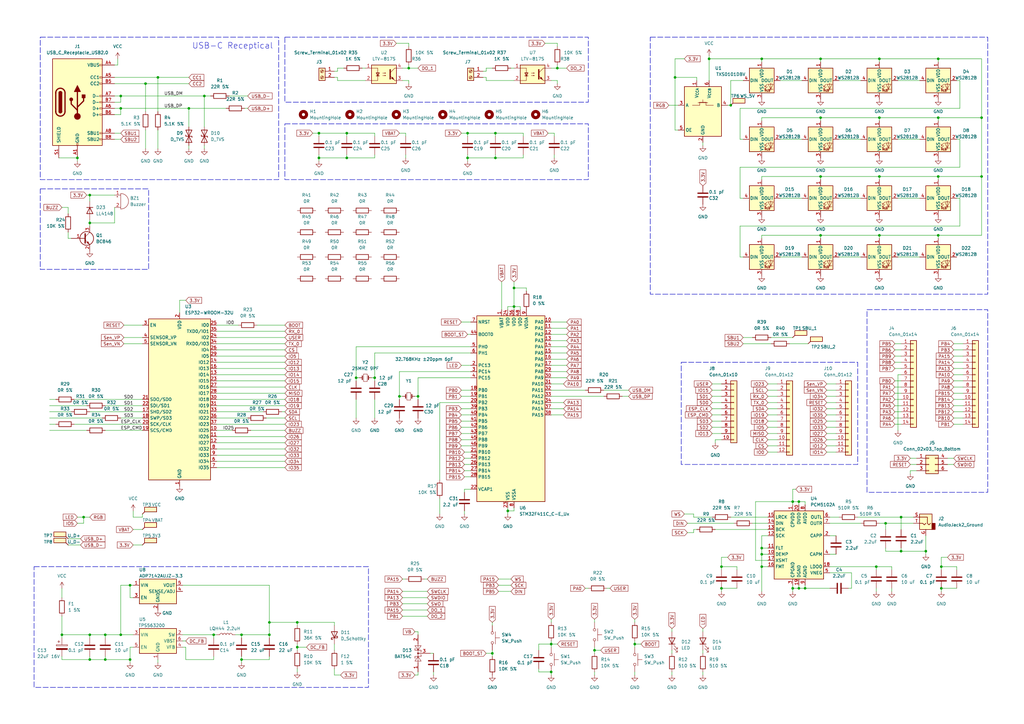
<source format=kicad_sch>
(kicad_sch (version 20230121) (generator eeschema)
  (paper "A3")
  (junction (at 379.73 226.06))
  (junction (at 36.83 260.35))
  (junction (at 359.41 232.41))
  (junction (at 167.64 27.94))
  (junction (at 299.72 43.18))
  (junction (at 203.2 54.61))
  (junction (at 325.12 205.74))
  (junction (at 336.55 48.26))
  (junction (at 360.68 24.13))
  (junction (at 210.82 118.11))
  (junction (at 59.69 34.29))
  (junction (at 243.84 266.7))
  (junction (at 87.63 260.35))
  (junction (at 36.83 270.51))
  (junction (at 64.77 31.75))
  (junction (at 386.08 241.3))
  (junction (at 226.06 275.59))
  (junction (at 369.57 212.09))
  (junction (at 121.92 255.27))
  (junction (at 312.42 224.79))
  (junction (at 36.83 80.01))
  (junction (at 384.81 72.39))
  (junction (at 226.06 264.16))
  (junction (at 360.68 72.39))
  (junction (at 208.28 209.55))
  (junction (at 99.06 260.35))
  (junction (at 130.81 64.77))
  (junction (at 142.24 64.77))
  (junction (at 201.93 267.97))
  (junction (at 43.18 260.35))
  (junction (at 210.82 125.73))
  (junction (at 121.92 265.43))
  (junction (at 360.68 96.52))
  (junction (at 49.53 260.35))
  (junction (at 295.91 232.41))
  (junction (at 36.83 91.44))
  (junction (at 53.34 270.51))
  (junction (at 130.81 54.61))
  (junction (at 369.57 226.06))
  (junction (at 110.49 255.27))
  (junction (at 77.47 44.45))
  (junction (at 312.42 227.33))
  (junction (at 384.81 48.26))
  (junction (at 325.12 241.3))
  (junction (at 336.55 72.39))
  (junction (at 43.18 270.51))
  (junction (at 360.68 48.26))
  (junction (at 402.59 72.39))
  (junction (at 290.83 24.13))
  (junction (at 49.53 44.45))
  (junction (at 330.2 241.3))
  (junction (at 99.06 270.51))
  (junction (at 260.35 264.16))
  (junction (at 110.49 260.35))
  (junction (at 53.34 240.03))
  (junction (at 25.4 260.35))
  (junction (at 153.67 154.94))
  (junction (at 171.45 162.56))
  (junction (at 34.29 212.09))
  (junction (at 228.6 27.94))
  (junction (at 336.55 96.52))
  (junction (at 146.05 154.94))
  (junction (at 163.83 162.56))
  (junction (at 83.82 39.37))
  (junction (at 386.08 232.41))
  (junction (at 191.77 64.77))
  (junction (at 142.24 54.61))
  (junction (at 49.53 39.37))
  (junction (at 312.42 232.41))
  (junction (at 336.55 24.13))
  (junction (at 31.75 64.77))
  (junction (at 384.81 96.52))
  (junction (at 312.42 24.13))
  (junction (at 327.66 205.74))
  (junction (at 327.66 241.3))
  (junction (at 191.77 54.61))
  (junction (at 295.91 241.3))
  (junction (at 402.59 48.26))
  (junction (at 203.2 64.77))
  (junction (at 384.81 24.13))
  (junction (at 276.86 31.75))
  (junction (at 363.22 214.63))
  (wire (pts (xy 312.42 224.79) (xy 314.96 224.79)))
  (wire (pts (xy 146.05 154.94) (xy 146.05 156.21)))
  (wire (pts (xy 167.64 27.94) (xy 167.64 26.67)))
  (wire (pts (xy 312.42 232.41) (xy 314.96 232.41)))
  (wire (pts (xy 255.27 162.56) (xy 257.81 162.56)))
  (wire (pts (xy 203.2 54.61) (xy 203.2 55.88)))
  (wire (pts (xy 339.09 160.02) (xy 342.9 160.02)))
  (wire (pts (xy 402.59 96.52) (xy 402.59 72.39)))
  (wire (pts (xy 226.06 162.56) (xy 247.65 162.56)))
  (wire (pts (xy 214.63 54.61) (xy 203.2 54.61)))
  (wire (pts (xy 43.18 260.35) (xy 49.53 260.35)))
  (wire (pts (xy 121.92 255.27) (xy 110.49 255.27)))
  (wire (pts (xy 360.68 24.13) (xy 384.81 24.13)))
  (wire (pts (xy 228.6 33.02) (xy 228.6 34.29)))
  (wire (pts (xy 303.53 44.45) (xy 303.53 57.15)))
  (wire (pts (xy 226.06 152.4) (xy 232.41 152.4)))
  (wire (pts (xy 199.39 267.97) (xy 201.93 267.97)))
  (wire (pts (xy 167.64 27.94) (xy 171.45 27.94)))
  (wire (pts (xy 153.67 55.88) (xy 153.67 54.61)))
  (wire (pts (xy 191.77 54.61) (xy 191.77 55.88)))
  (wire (pts (xy 165.1 237.49) (xy 166.37 237.49)))
  (wire (pts (xy 295.91 228.6) (xy 295.91 232.41)))
  (wire (pts (xy 295.91 232.41) (xy 295.91 233.68)))
  (wire (pts (xy 309.88 205.74) (xy 325.12 205.74)))
  (wire (pts (xy 189.23 175.26) (xy 193.04 175.26)))
  (wire (pts (xy 213.36 125.73) (xy 213.36 127)))
  (wire (pts (xy 284.48 210.82) (xy 284.48 212.09)))
  (wire (pts (xy 392.43 232.41) (xy 386.08 232.41)))
  (wire (pts (xy 88.9 163.83) (xy 116.84 163.83)))
  (wire (pts (xy 316.23 138.43) (xy 325.12 138.43)))
  (wire (pts (xy 180.34 165.1) (xy 193.04 165.1)))
  (wire (pts (xy 43.18 260.35) (xy 43.18 261.62)))
  (wire (pts (xy 204.47 237.49) (xy 209.55 237.49)))
  (wire (pts (xy 365.76 232.41) (xy 365.76 233.68)))
  (wire (pts (xy 146.05 142.24) (xy 146.05 154.94)))
  (wire (pts (xy 180.34 196.85) (xy 180.34 165.1)))
  (wire (pts (xy 201.93 267.97) (xy 201.93 269.24)))
  (wire (pts (xy 228.6 27.94) (xy 232.41 27.94)))
  (wire (pts (xy 392.43 233.68) (xy 392.43 232.41)))
  (wire (pts (xy 391.16 161.29) (xy 394.97 161.29)))
  (wire (pts (xy 367.03 151.13) (xy 369.57 151.13)))
  (wire (pts (xy 137.16 274.32) (xy 137.16 276.86)))
  (wire (pts (xy 20.32 166.37) (xy 35.56 166.37)))
  (wire (pts (xy 199.39 29.21) (xy 199.39 27.94)))
  (wire (pts (xy 88.9 166.37) (xy 116.84 166.37)))
  (wire (pts (xy 162.56 17.78) (xy 167.64 17.78)))
  (wire (pts (xy 210.82 115.57) (xy 210.82 118.11)))
  (wire (pts (xy 226.06 149.86) (xy 232.41 149.86)))
  (wire (pts (xy 368.3 176.53) (xy 368.3 153.67)))
  (wire (pts (xy 373.38 190.5) (xy 375.92 190.5)))
  (wire (pts (xy 24.13 64.77) (xy 31.75 64.77)))
  (wire (pts (xy 226.06 262.89) (xy 226.06 264.16)))
  (wire (pts (xy 375.92 193.04) (xy 373.38 193.04)))
  (wire (pts (xy 293.37 217.17) (xy 314.96 217.17)))
  (wire (pts (xy 312.42 219.71) (xy 312.42 224.79)))
  (wire (pts (xy 402.59 24.13) (xy 384.81 24.13)))
  (wire (pts (xy 99.06 260.35) (xy 110.49 260.35)))
  (wire (pts (xy 142.24 63.5) (xy 142.24 64.77)))
  (wire (pts (xy 340.36 219.71) (xy 342.9 219.71)))
  (wire (pts (xy 367.03 171.45) (xy 369.57 171.45)))
  (wire (pts (xy 226.06 134.62) (xy 232.41 134.62)))
  (wire (pts (xy 88.9 186.69) (xy 116.84 186.69)))
  (wire (pts (xy 215.9 118.11) (xy 210.82 118.11)))
  (wire (pts (xy 137.16 255.27) (xy 137.16 256.54)))
  (wire (pts (xy 367.03 173.99) (xy 369.57 173.99)))
  (wire (pts (xy 392.43 241.3) (xy 386.08 241.3)))
  (wire (pts (xy 359.41 241.3) (xy 359.41 242.57)))
  (wire (pts (xy 330.2 205.74) (xy 327.66 205.74)))
  (wire (pts (xy 340.36 232.41) (xy 359.41 232.41)))
  (wire (pts (xy 99.06 270.51) (xy 99.06 271.78)))
  (wire (pts (xy 110.49 261.62) (xy 110.49 260.35)))
  (wire (pts (xy 379.73 226.06) (xy 379.73 227.33)))
  (wire (pts (xy 314.96 167.64) (xy 318.77 167.64)))
  (wire (pts (xy 388.62 187.96) (xy 391.16 187.96)))
  (wire (pts (xy 367.03 168.91) (xy 369.57 168.91)))
  (wire (pts (xy 121.92 274.32) (xy 121.92 275.59)))
  (wire (pts (xy 173.99 237.49) (xy 175.26 237.49)))
  (wire (pts (xy 210.82 208.28) (xy 210.82 209.55)))
  (wire (pts (xy 87.63 270.51) (xy 76.2 270.51)))
  (wire (pts (xy 314.96 219.71) (xy 312.42 219.71)))
  (wire (pts (xy 336.55 48.26) (xy 360.68 48.26)))
  (wire (pts (xy 53.34 245.11) (xy 53.34 240.03)))
  (wire (pts (xy 391.16 163.83) (xy 394.97 163.83)))
  (wire (pts (xy 391.16 140.97) (xy 394.97 140.97)))
  (wire (pts (xy 201.93 255.27) (xy 201.93 256.54)))
  (wire (pts (xy 49.53 41.91) (xy 49.53 39.37)))
  (wire (pts (xy 304.8 138.43) (xy 308.61 138.43)))
  (wire (pts (xy 336.55 72.39) (xy 360.68 72.39)))
  (wire (pts (xy 88.9 173.99) (xy 116.84 173.99)))
  (wire (pts (xy 20.32 171.45) (xy 41.91 171.45)))
  (wire (pts (xy 369.57 212.09) (xy 369.57 217.17)))
  (wire (pts (xy 314.96 177.8) (xy 318.77 177.8)))
  (wire (pts (xy 54.61 217.17) (xy 58.42 217.17)))
  (wire (pts (xy 165.1 247.65) (xy 175.26 247.65)))
  (wire (pts (xy 36.83 269.24) (xy 36.83 270.51)))
  (wire (pts (xy 198.12 29.21) (xy 199.39 29.21)))
  (wire (pts (xy 210.82 118.11) (xy 210.82 125.73)))
  (wire (pts (xy 83.82 39.37) (xy 83.82 52.07)))
  (wire (pts (xy 320.04 105.41) (xy 328.93 105.41)))
  (wire (pts (xy 384.81 96.52) (xy 402.59 96.52)))
  (wire (pts (xy 243.84 254) (xy 243.84 255.27)))
  (wire (pts (xy 228.6 17.78) (xy 228.6 19.05)))
  (wire (pts (xy 367.03 140.97) (xy 369.57 140.97)))
  (wire (pts (xy 340.36 214.63) (xy 353.06 214.63)))
  (wire (pts (xy 323.85 140.97) (xy 331.47 140.97)))
  (wire (pts (xy 288.29 257.81) (xy 288.29 259.08)))
  (wire (pts (xy 281.94 218.44) (xy 284.48 218.44)))
  (wire (pts (xy 391.16 168.91) (xy 394.97 168.91)))
  (wire (pts (xy 74.93 240.03) (xy 110.49 240.03)))
  (wire (pts (xy 360.68 48.26) (xy 360.68 49.53)))
  (wire (pts (xy 166.37 63.5) (xy 166.37 64.77)))
  (wire (pts (xy 220.98 275.59) (xy 226.06 275.59)))
  (wire (pts (xy 292.1 162.56) (xy 295.91 162.56)))
  (wire (pts (xy 308.61 214.63) (xy 314.96 214.63)))
  (wire (pts (xy 25.4 85.09) (xy 27.94 85.09)))
  (wire (pts (xy 210.82 209.55) (xy 208.28 209.55)))
  (wire (pts (xy 153.67 154.94) (xy 153.67 156.21)))
  (wire (pts (xy 25.4 241.3) (xy 25.4 245.11)))
  (wire (pts (xy 312.42 227.33) (xy 314.96 227.33)))
  (wire (pts (xy 226.06 137.16) (xy 232.41 137.16)))
  (wire (pts (xy 292.1 175.26) (xy 295.91 175.26)))
  (wire (pts (xy 191.77 63.5) (xy 191.77 64.77)))
  (wire (pts (xy 142.24 54.61) (xy 142.24 55.88)))
  (wire (pts (xy 210.82 125.73) (xy 213.36 125.73)))
  (wire (pts (xy 349.25 241.3) (xy 347.98 241.3)))
  (wire (pts (xy 27.94 87.63) (xy 27.94 85.09)))
  (wire (pts (xy 290.83 24.13) (xy 290.83 33.02)))
  (wire (pts (xy 339.09 167.64) (xy 342.9 167.64)))
  (wire (pts (xy 274.32 43.18) (xy 278.13 43.18)))
  (wire (pts (xy 367.03 156.21) (xy 369.57 156.21)))
  (wire (pts (xy 36.83 80.01) (xy 46.99 80.01)))
  (wire (pts (xy 344.17 33.02) (xy 353.06 33.02)))
  (wire (pts (xy 49.53 260.35) (xy 54.61 260.35)))
  (wire (pts (xy 46.99 34.29) (xy 59.69 34.29)))
  (wire (pts (xy 220.98 266.7) (xy 220.98 264.16)))
  (wire (pts (xy 190.5 193.04) (xy 193.04 193.04)))
  (wire (pts (xy 367.03 143.51) (xy 369.57 143.51)))
  (wire (pts (xy 153.67 163.83) (xy 153.67 171.45)))
  (wire (pts (xy 46.99 31.75) (xy 64.77 31.75)))
  (wire (pts (xy 110.49 269.24) (xy 110.49 270.51)))
  (wire (pts (xy 73.66 123.19) (xy 76.2 123.19)))
  (wire (pts (xy 312.42 49.53) (xy 312.42 48.26)))
  (wire (pts (xy 226.06 147.32) (xy 232.41 147.32)))
  (wire (pts (xy 303.53 68.58) (xy 303.53 81.28)))
  (wire (pts (xy 290.83 24.13) (xy 312.42 24.13)))
  (wire (pts (xy 275.59 275.59) (xy 275.59 276.86)))
  (wire (pts (xy 36.83 260.35) (xy 36.83 261.62)))
  (wire (pts (xy 288.29 266.7) (xy 288.29 267.97)))
  (wire (pts (xy 290.83 22.86) (xy 290.83 24.13)))
  (wire (pts (xy 54.61 212.09) (xy 58.42 212.09)))
  (wire (pts (xy 142.24 54.61) (xy 130.81 54.61)))
  (wire (pts (xy 312.42 48.26) (xy 336.55 48.26)))
  (wire (pts (xy 339.09 175.26) (xy 342.9 175.26)))
  (wire (pts (xy 121.92 265.43) (xy 121.92 266.7)))
  (wire (pts (xy 20.32 173.99) (xy 22.86 173.99)))
  (wire (pts (xy 204.47 240.03) (xy 209.55 240.03)))
  (wire (pts (xy 367.03 166.37) (xy 369.57 166.37)))
  (wire (pts (xy 393.7 68.58) (xy 303.53 68.58)))
  (wire (pts (xy 77.47 44.45) (xy 92.71 44.45)))
  (wire (pts (xy 260.35 264.16) (xy 260.35 265.43)))
  (wire (pts (xy 115.57 168.91) (xy 116.84 168.91)))
  (wire (pts (xy 190.5 209.55) (xy 190.5 210.82)))
  (wire (pts (xy 226.06 27.94) (xy 228.6 27.94)))
  (wire (pts (xy 167.64 17.78) (xy 167.64 19.05)))
  (wire (pts (xy 379.73 219.71) (xy 379.73 226.06)))
  (wire (pts (xy 36.83 90.17) (xy 36.83 91.44)))
  (wire (pts (xy 20.32 176.53) (xy 35.56 176.53)))
  (wire (pts (xy 386.08 228.6) (xy 386.08 232.41)))
  (wire (pts (xy 299.72 33.02) (xy 299.72 43.18)))
  (wire (pts (xy 36.83 91.44) (xy 36.83 92.71)))
  (wire (pts (xy 20.32 168.91) (xy 29.21 168.91)))
  (wire (pts (xy 190.5 190.5) (xy 193.04 190.5)))
  (wire (pts (xy 302.26 233.68) (xy 302.26 232.41)))
  (wire (pts (xy 137.16 29.21) (xy 138.43 29.21)))
  (wire (pts (xy 223.52 17.78) (xy 228.6 17.78)))
  (wire (pts (xy 325.12 240.03) (xy 325.12 241.3)))
  (wire (pts (xy 27.94 97.79) (xy 29.21 97.79)))
  (wire (pts (xy 34.29 214.63) (xy 34.29 212.09)))
  (wire (pts (xy 64.77 53.34) (xy 64.77 60.96)))
  (wire (pts (xy 88.9 148.59) (xy 116.84 148.59)))
  (wire (pts (xy 384.81 96.52) (xy 384.81 97.79)))
  (wire (pts (xy 100.33 44.45) (xy 101.6 44.45)))
  (wire (pts (xy 214.63 55.88) (xy 214.63 54.61)))
  (wire (pts (xy 46.99 46.99) (xy 49.53 46.99)))
  (wire (pts (xy 243.84 265.43) (xy 243.84 266.7)))
  (wire (pts (xy 360.68 214.63) (xy 363.22 214.63)))
  (wire (pts (xy 180.34 204.47) (xy 180.34 210.82)))
  (wire (pts (xy 276.86 31.75) (xy 276.86 53.34)))
  (wire (pts (xy 363.22 214.63) (xy 374.65 214.63)))
  (wire (pts (xy 153.67 63.5) (xy 153.67 64.77)))
  (wire (pts (xy 369.57 224.79) (xy 369.57 226.06)))
  (wire (pts (xy 58.42 212.09) (xy 58.42 210.82)))
  (wire (pts (xy 336.55 24.13) (xy 336.55 25.4)))
  (wire (pts (xy 138.43 31.75) (xy 138.43 33.02)))
  (wire (pts (xy 204.47 242.57) (xy 209.55 242.57)))
  (wire (pts (xy 74.93 262.89) (xy 76.2 262.89)))
  (wire (pts (xy 303.53 105.41) (xy 304.8 105.41)))
  (wire (pts (xy 260.35 262.89) (xy 260.35 264.16)))
  (wire (pts (xy 87.63 260.35) (xy 87.63 261.62)))
  (wire (pts (xy 292.1 170.18) (xy 295.91 170.18)))
  (wire (pts (xy 35.56 80.01) (xy 36.83 80.01)))
  (wire (pts (xy 391.16 151.13) (xy 394.97 151.13)))
  (wire (pts (xy 314.96 185.42) (xy 318.77 185.42)))
  (wire (pts (xy 368.3 81.28) (xy 377.19 81.28)))
  (wire (pts (xy 312.42 24.13) (xy 312.42 25.4)))
  (wire (pts (xy 393.7 57.15) (xy 393.7 68.58)))
  (wire (pts (xy 384.81 72.39) (xy 384.81 73.66)))
  (wire (pts (xy 83.82 59.69) (xy 83.82 60.96)))
  (wire (pts (xy 276.86 24.13) (xy 280.67 24.13)))
  (wire (pts (xy 209.55 27.94) (xy 210.82 27.94)))
  (wire (pts (xy 226.06 264.16) (xy 228.6 264.16)))
  (wire (pts (xy 109.22 171.45) (xy 116.84 171.45)))
  (wire (pts (xy 339.09 172.72) (xy 342.9 172.72)))
  (wire (pts (xy 391.16 146.05) (xy 394.97 146.05)))
  (wire (pts (xy 53.34 270.51) (xy 53.34 271.78)))
  (wire (pts (xy 314.96 160.02) (xy 318.77 160.02)))
  (wire (pts (xy 276.86 31.75) (xy 276.86 24.13)))
  (wire (pts (xy 189.23 180.34) (xy 193.04 180.34)))
  (wire (pts (xy 30.48 163.83) (xy 58.42 163.83)))
  (wire (pts (xy 205.74 115.57) (xy 205.74 127)))
  (wire (pts (xy 340.36 227.33) (xy 342.9 227.33)))
  (wire (pts (xy 281.94 214.63) (xy 300.99 214.63)))
  (wire (pts (xy 384.81 24.13) (xy 384.81 25.4)))
  (wire (pts (xy 240.03 241.3) (xy 241.3 241.3)))
  (wire (pts (xy 391.16 171.45) (xy 394.97 171.45)))
  (wire (pts (xy 88.9 153.67) (xy 116.84 153.67)))
  (wire (pts (xy 137.16 264.16) (xy 137.16 266.7)))
  (wire (pts (xy 27.94 95.25) (xy 27.94 97.79)))
  (wire (pts (xy 153.67 144.78) (xy 153.67 154.94)))
  (wire (pts (xy 93.98 39.37) (xy 101.6 39.37)))
  (wire (pts (xy 220.98 264.16) (xy 226.06 264.16)))
  (wire (pts (xy 214.63 64.77) (xy 203.2 64.77)))
  (wire (pts (xy 295.91 241.3) (xy 295.91 242.57)))
  (wire (pts (xy 367.03 158.75) (xy 369.57 158.75)))
  (wire (pts (xy 142.24 64.77) (xy 130.81 64.77)))
  (wire (pts (xy 49.53 171.45) (xy 58.42 171.45)))
  (wire (pts (xy 275.59 259.08) (xy 275.59 257.81)))
  (wire (pts (xy 391.16 166.37) (xy 394.97 166.37)))
  (wire (pts (xy 339.09 170.18) (xy 342.9 170.18)))
  (wire (pts (xy 275.59 266.7) (xy 275.59 267.97)))
  (wire (pts (xy 54.61 265.43) (xy 53.34 265.43)))
  (wire (pts (xy 171.45 162.56) (xy 171.45 163.83)))
  (wire (pts (xy 201.93 266.7) (xy 201.93 267.97)))
  (wire (pts (xy 309.88 229.87) (xy 309.88 205.74)))
  (wire (pts (xy 302.26 241.3) (xy 295.91 241.3)))
  (wire (pts (xy 339.09 162.56) (xy 342.9 162.56)))
  (wire (pts (xy 171.45 154.94) (xy 193.04 154.94)))
  (wire (pts (xy 36.83 270.51) (xy 25.4 270.51)))
  (wire (pts (xy 243.84 275.59) (xy 243.84 276.86)))
  (wire (pts (xy 36.83 260.35) (xy 43.18 260.35)))
  (wire (pts (xy 87.63 260.35) (xy 88.9 260.35)))
  (wire (pts (xy 176.53 267.97) (xy 177.8 267.97)))
  (wire (pts (xy 284.48 218.44) (xy 284.48 217.17)))
  (wire (pts (xy 31.75 214.63) (xy 34.29 214.63)))
  (wire (pts (xy 88.9 161.29) (xy 116.84 161.29)))
  (wire (pts (xy 137.16 276.86) (xy 139.7 276.86)))
  (wire (pts (xy 367.03 163.83) (xy 369.57 163.83)))
  (wire (pts (xy 369.57 212.09) (xy 374.65 212.09)))
  (wire (pts (xy 208.28 127) (xy 208.28 125.73)))
  (wire (pts (xy 391.16 173.99) (xy 394.97 173.99)))
  (wire (pts (xy 59.69 34.29) (xy 77.47 34.29)))
  (wire (pts (xy 226.06 132.08) (xy 232.41 132.08)))
  (wire (pts (xy 88.9 158.75) (xy 116.84 158.75)))
  (wire (pts (xy 367.03 148.59) (xy 369.57 148.59)))
  (wire (pts (xy 189.23 167.64) (xy 193.04 167.64)))
  (wire (pts (xy 53.34 265.43) (xy 53.34 270.51)))
  (wire (pts (xy 285.75 31.75) (xy 285.75 33.02)))
  (wire (pts (xy 284.48 212.09) (xy 292.1 212.09)))
  (wire (pts (xy 391.16 156.21) (xy 394.97 156.21)))
  (wire (pts (xy 224.79 54.61) (xy 227.33 54.61)))
  (wire (pts (xy 336.55 96.52) (xy 360.68 96.52)))
  (wire (pts (xy 191.77 137.16) (xy 193.04 137.16)))
  (wire (pts (xy 138.43 33.02) (xy 149.86 33.02)))
  (wire (pts (xy 325.12 200.66) (xy 325.12 205.74)))
  (wire (pts (xy 146.05 163.83) (xy 146.05 171.45)))
  (wire (pts (xy 330.2 241.3) (xy 340.36 241.3)))
  (wire (pts (xy 226.06 165.1) (xy 231.14 165.1)))
  (wire (pts (xy 299.72 212.09) (xy 314.96 212.09)))
  (wire (pts (xy 88.9 133.35) (xy 97.79 133.35)))
  (wire (pts (xy 392.43 33.02) (xy 393.7 33.02)))
  (wire (pts (xy 339.09 180.34) (xy 342.9 180.34)))
  (wire (pts (xy 170.18 259.08) (xy 171.45 259.08)))
  (wire (pts (xy 339.09 165.1) (xy 342.9 165.1)))
  (wire (pts (xy 46.99 44.45) (xy 49.53 44.45)))
  (wire (pts (xy 50.8 133.35) (xy 58.42 133.35)))
  (wire (pts (xy 137.16 31.75) (xy 138.43 31.75)))
  (wire (pts (xy 102.87 176.53) (xy 116.84 176.53)))
  (wire (pts (xy 288.29 58.42) (xy 288.29 59.69)))
  (wire (pts (xy 314.96 162.56) (xy 318.77 162.56)))
  (wire (pts (xy 49.53 260.35) (xy 49.53 240.03)))
  (wire (pts (xy 369.57 226.06) (xy 379.73 226.06)))
  (wire (pts (xy 327.66 205.74) (xy 325.12 205.74)))
  (wire (pts (xy 292.1 177.8) (xy 295.91 177.8)))
  (wire (pts (xy 386.08 241.3) (xy 386.08 242.57)))
  (wire (pts (xy 191.77 64.77) (xy 191.77 66.04)))
  (wire (pts (xy 59.69 34.29) (xy 59.69 45.72)))
  (wire (pts (xy 344.17 57.15) (xy 353.06 57.15)))
  (wire (pts (xy 64.77 31.75) (xy 77.47 31.75)))
  (wire (pts (xy 54.61 245.11) (xy 53.34 245.11)))
  (wire (pts (xy 74.93 260.35) (xy 87.63 260.35)))
  (wire (pts (xy 220.98 274.32) (xy 220.98 275.59)))
  (wire (pts (xy 163.83 152.4) (xy 193.04 152.4)))
  (wire (pts (xy 189.23 162.56) (xy 193.04 162.56)))
  (wire (pts (xy 312.42 232.41) (xy 312.42 242.57)))
  (wire (pts (xy 189.23 170.18) (xy 193.04 170.18)))
  (wire (pts (xy 189.23 182.88) (xy 193.04 182.88)))
  (wire (pts (xy 214.63 63.5) (xy 214.63 64.77)))
  (wire (pts (xy 190.5 200.66) (xy 190.5 201.93)))
  (wire (pts (xy 76.2 265.43) (xy 74.93 265.43)))
  (wire (pts (xy 46.99 41.91) (xy 49.53 41.91)))
  (wire (pts (xy 54.61 209.55) (xy 54.61 212.09)))
  (wire (pts (xy 49.53 44.45) (xy 77.47 44.45)))
  (wire (pts (xy 20.32 163.83) (xy 22.86 163.83)))
  (wire (pts (xy 226.06 160.02) (xy 240.03 160.02)))
  (wire (pts (xy 280.67 210.82) (xy 284.48 210.82)))
  (wire (pts (xy 30.48 173.99) (xy 58.42 173.99)))
  (wire (pts (xy 373.38 193.04) (xy 373.38 194.31)))
  (wire (pts (xy 73.66 128.27) (xy 73.66 123.19)))
  (wire (pts (xy 208.28 208.28) (xy 208.28 209.55)))
  (wire (pts (xy 165.1 27.94) (xy 167.64 27.94)))
  (wire (pts (xy 388.62 190.5) (xy 391.16 190.5)))
  (wire (pts (xy 314.96 180.34) (xy 318.77 180.34)))
  (wire (pts (xy 46.99 85.09) (xy 46.99 91.44)))
  (wire (pts (xy 340.36 234.95) (xy 349.25 234.95)))
  (wire (pts (xy 163.83 54.61) (xy 166.37 54.61)))
  (wire (pts (xy 167.64 33.02) (xy 167.64 34.29)))
  (wire (pts (xy 99.06 260.35) (xy 99.06 261.62)))
  (wire (pts (xy 359.41 232.41) (xy 365.76 232.41)))
  (wire (pts (xy 325.12 200.66) (xy 326.39 200.66)))
  (wire (pts (xy 360.68 96.52) (xy 360.68 97.79)))
  (wire (pts (xy 344.17 81.28) (xy 353.06 81.28)))
  (wire (pts (xy 171.45 276.86) (xy 171.45 275.59)))
  (wire (pts (xy 349.25 234.95) (xy 349.25 241.3)))
  (wire (pts (xy 359.41 232.41) (xy 359.41 233.68)))
  (wire (pts (xy 215.9 119.38) (xy 215.9 118.11)))
  (wire (pts (xy 260.35 254) (xy 260.35 255.27)))
  (wire (pts (xy 88.9 189.23) (xy 116.84 189.23)))
  (wire (pts (xy 384.81 72.39) (xy 402.59 72.39)))
  (wire (pts (xy 226.06 254) (xy 226.06 255.27)))
  (wire (pts (xy 88.9 181.61) (xy 116.84 181.61)))
  (wire (pts (xy 130.81 64.77) (xy 130.81 66.04)))
  (wire (pts (xy 25.4 270.51) (xy 25.4 269.24)))
  (wire (pts (xy 339.09 185.42) (xy 342.9 185.42)))
  (wire (pts (xy 292.1 157.48) (xy 295.91 157.48)))
  (wire (pts (xy 299.72 43.18) (xy 298.45 43.18)))
  (wire (pts (xy 292.1 167.64) (xy 295.91 167.64)))
  (wire (pts (xy 284.48 217.17) (xy 285.75 217.17)))
  (wire (pts (xy 339.09 177.8) (xy 342.9 177.8)))
  (wire (pts (xy 303.53 81.28) (xy 304.8 81.28)))
  (wire (pts (xy 339.09 157.48) (xy 342.9 157.48)))
  (wire (pts (xy 27.94 220.98) (xy 33.02 220.98)))
  (wire (pts (xy 312.42 72.39) (xy 336.55 72.39)))
  (wire (pts (xy 88.9 184.15) (xy 116.84 184.15)))
  (wire (pts (xy 360.68 48.26) (xy 384.81 48.26)))
  (wire (pts (xy 295.91 228.6) (xy 298.45 228.6)))
  (wire (pts (xy 64.77 270.51) (xy 64.77 271.78)))
  (wire (pts (xy 351.79 212.09) (xy 369.57 212.09)))
  (wire (pts (xy 46.99 26.67) (xy 48.26 26.67)))
  (wire (pts (xy 121.92 255.27) (xy 137.16 255.27)))
  (wire (pts (xy 203.2 64.77) (xy 191.77 64.77)))
  (wire (pts (xy 43.18 270.51) (xy 36.83 270.51)))
  (wire (pts (xy 228.6 27.94) (xy 228.6 26.67)))
  (wire (pts (xy 210.82 125.73) (xy 210.82 127)))
  (wire (pts (xy 49.53 39.37) (xy 83.82 39.37)))
  (wire (pts (xy 121.92 256.54) (xy 121.92 255.27)))
  (wire (pts (xy 88.9 151.13) (xy 116.84 151.13)))
  (wire (pts (xy 325.12 205.74) (xy 325.12 207.01)))
  (wire (pts (xy 189.23 54.61) (xy 191.77 54.61)))
  (wire (pts (xy 226.06 139.7) (xy 232.41 139.7)))
  (wire (pts (xy 64.77 31.75) (xy 64.77 45.72)))
  (wire (pts (xy 320.04 81.28) (xy 328.93 81.28)))
  (wire (pts (xy 99.06 269.24) (xy 99.06 270.51)))
  (wire (pts (xy 368.3 33.02) (xy 377.19 33.02)))
  (wire (pts (xy 314.96 170.18) (xy 318.77 170.18)))
  (wire (pts (xy 276.86 31.75) (xy 285.75 31.75)))
  (wire (pts (xy 288.29 275.59) (xy 288.29 276.86)))
  (wire (pts (xy 153.67 64.77) (xy 142.24 64.77)))
  (wire (pts (xy 226.06 157.48) (xy 231.14 157.48)))
  (wire (pts (xy 88.9 140.97) (xy 116.84 140.97)))
  (wire (pts (xy 208.28 209.55) (xy 208.28 210.82)))
  (wire (pts (xy 88.9 156.21) (xy 116.84 156.21)))
  (wire (pts (xy 292.1 165.1) (xy 295.91 165.1)))
  (wire (pts (xy 152.4 154.94) (xy 153.67 154.94)))
  (wire (pts (xy 330.2 207.01) (xy 330.2 205.74)))
  (wire (pts (xy 25.4 252.73) (xy 25.4 260.35)))
  (wire (pts (xy 208.28 125.73) (xy 210.82 125.73)))
  (wire (pts (xy 247.65 160.02) (xy 257.81 160.02)))
  (wire (pts (xy 77.47 59.69) (xy 77.47 60.96)))
  (wire (pts (xy 386.08 232.41) (xy 386.08 233.68)))
  (wire (pts (xy 110.49 240.03) (xy 110.49 255.27)))
  (wire (pts (xy 243.84 266.7) (xy 246.38 266.7)))
  (wire (pts (xy 59.69 53.34) (xy 59.69 60.96)))
  (wire (pts (xy 110.49 270.51) (xy 99.06 270.51)))
  (wire (pts (xy 312.42 227.33) (xy 312.42 232.41)))
  (wire (pts (xy 303.53 57.15) (xy 304.8 57.15)))
  (wire (pts (xy 393.7 92.71) (xy 303.53 92.71)))
  (wire (pts (xy 393.7 33.02) (xy 393.7 44.45)))
  (wire (pts (xy 138.43 29.21) (xy 138.43 27.94)))
  (wire (pts (xy 189.23 177.8) (xy 193.04 177.8)))
  (wire (pts (xy 365.76 241.3) (xy 365.76 242.57)))
  (wire (pts (xy 363.22 226.06) (xy 369.57 226.06)))
  (wire (pts (xy 312.42 97.79) (xy 312.42 96.52)))
  (wire (pts (xy 226.06 142.24) (xy 232.41 142.24)))
  (wire (pts (xy 312.42 224.79) (xy 312.42 227.33)))
  (wire (pts (xy 105.41 133.35) (xy 116.84 133.35)))
  (wire (pts (xy 53.34 240.03) (xy 54.61 240.03)))
  (wire (pts (xy 314.96 165.1) (xy 318.77 165.1)))
  (wire (pts (xy 121.92 265.43) (xy 121.92 264.16)))
  (wire (pts (xy 46.99 91.44) (xy 36.83 91.44)))
  (wire (pts (xy 314.96 229.87) (xy 309.88 229.87)))
  (wire (pts (xy 227.33 54.61) (xy 227.33 55.88)))
  (wire (pts (xy 153.67 54.61) (xy 142.24 54.61)))
  (wire (pts (xy 340.36 212.09) (xy 344.17 212.09)))
  (wire (pts (xy 391.16 143.51) (xy 394.97 143.51)))
  (wire (pts (xy 278.13 53.34) (xy 276.86 53.34)))
  (wire (pts (xy 314.96 157.48) (xy 318.77 157.48)))
  (wire (pts (xy 83.82 39.37) (xy 86.36 39.37)))
  (wire (pts (xy 189.23 160.02) (xy 193.04 160.02)))
  (wire (pts (xy 199.39 33.02) (xy 210.82 33.02)))
  (wire (pts (xy 36.83 80.01) (xy 36.83 82.55)))
  (wire (pts (xy 128.27 54.61) (xy 130.81 54.61)))
  (wire (pts (xy 88.9 179.07) (xy 116.84 179.07)))
  (wire (pts (xy 367.03 146.05) (xy 369.57 146.05)))
  (wire (pts (xy 88.9 138.43) (xy 116.84 138.43)))
  (wire (pts (xy 243.84 266.7) (xy 243.84 267.97)))
  (wire (pts (xy 88.9 146.05) (xy 116.84 146.05)))
  (wire (pts (xy 46.99 57.15) (xy 49.53 57.15)))
  (wire (pts (xy 190.5 195.58) (xy 193.04 195.58)))
  (wire (pts (xy 360.68 72.39) (xy 384.81 72.39)))
  (wire (pts (xy 304.8 140.97) (xy 316.23 140.97)))
  (wire (pts (xy 163.83 162.56) (xy 165.1 162.56)))
  (wire (pts (xy 43.18 176.53) (xy 58.42 176.53)))
  (wire (pts (xy 314.96 175.26) (xy 318.77 175.26)))
  (wire (pts (xy 226.06 154.94) (xy 232.41 154.94)))
  (wire (pts (xy 130.81 54.61) (xy 130.81 55.88)))
  (wire (pts (xy 27.94 223.52) (xy 33.02 223.52)))
  (wire (pts (xy 49.53 46.99) (xy 49.53 44.45)))
  (wire (pts (xy 368.3 57.15) (xy 377.19 57.15)))
  (wire (pts (xy 327.66 240.03) (xy 327.66 241.3)))
  (wire (pts (xy 312.42 96.52) (xy 336.55 96.52)))
  (wire (pts (xy 226.06 264.16) (xy 226.06 265.43)))
  (wire (pts (xy 48.26 24.13) (xy 48.26 26.67)))
  (wire (pts (xy 344.17 105.41) (xy 353.06 105.41)))
  (wire (pts (xy 248.92 241.3) (xy 250.19 241.3)))
  (wire (pts (xy 25.4 260.35) (xy 36.83 260.35)))
  (wire (pts (xy 34.29 212.09) (xy 36.83 212.09)))
  (wire (pts (xy 46.99 54.61) (xy 49.53 54.61)))
  (wire (pts (xy 43.18 270.51) (xy 53.34 270.51)))
  (wire (pts (xy 336.55 48.26) (xy 336.55 49.53)))
  (wire (pts (xy 171.45 162.56) (xy 170.18 162.56)))
  (wire (pts (xy 314.96 182.88) (xy 318.77 182.88)))
  (wire (pts (xy 384.81 48.26) (xy 402.59 48.26)))
  (wire (pts (xy 336.55 96.52) (xy 336.55 97.79)))
  (wire (pts (xy 292.1 172.72) (xy 295.91 172.72)))
  (wire (pts (xy 363.22 224.79) (xy 363.22 226.06)))
  (wire (pts (xy 330.2 240.03) (xy 330.2 241.3)))
  (wire (pts (xy 368.3 153.67) (xy 369.57 153.67)))
  (wire (pts (xy 386.08 228.6) (xy 388.62 228.6)))
  (wire (pts (xy 360.68 96.52) (xy 384.81 96.52)))
  (wire (pts (xy 31.75 64.77) (xy 31.75 66.04)))
  (wire (pts (xy 165.1 245.11) (xy 175.26 245.11)))
  (wire (pts (xy 304.8 33.02) (xy 299.72 33.02)))
  (wire (pts (xy 49.53 39.37) (xy 46.99 39.37)))
  (wire (pts (xy 88.9 171.45) (xy 101.6 171.45)))
  (wire (pts (xy 391.16 148.59) (xy 394.97 148.59)))
  (wire (pts (xy 163.83 152.4) (xy 163.83 162.56)))
  (wire (pts (xy 110.49 255.27) (xy 110.49 260.35)))
  (wire (pts (xy 393.7 44.45) (xy 303.53 44.45)))
  (wire (pts (xy 198.12 31.75) (xy 199.39 31.75)))
  (wire (pts (xy 87.63 269.24) (xy 87.63 270.51)))
  (wire (pts (xy 367.03 161.29) (xy 369.57 161.29)))
  (wire (pts (xy 88.9 135.89) (xy 116.84 135.89)))
  (wire (pts (xy 36.83 168.91) (xy 58.42 168.91)))
  (wire (pts (xy 153.67 144.78) (xy 193.04 144.78)))
  (wire (pts (xy 130.81 63.5) (xy 130.81 64.77)))
  (wire (pts (xy 373.38 187.96) (xy 375.92 187.96)))
  (wire (pts (xy 88.9 143.51) (xy 116.84 143.51)))
  (wire (pts (xy 260.35 275.59) (xy 260.35 276.86)))
  (wire (pts (xy 336.55 24.13) (xy 360.68 24.13)))
  (wire (pts (xy 189.23 149.86) (xy 193.04 149.86)))
  (wire (pts (xy 166.37 54.61) (xy 166.37 55.88)))
  (wire (pts (xy 226.06 170.18) (xy 231.14 170.18)))
  (wire (pts (xy 384.81 48.26) (xy 384.81 49.53)))
  (wire (pts (xy 199.39 31.75) (xy 199.39 33.02)))
  (wire (pts (xy 43.18 166.37) (xy 58.42 166.37)))
  (wire (pts (xy 189.23 132.08) (xy 193.04 132.08)))
  (wire (pts (xy 165.1 250.19) (xy 175.26 250.19)))
  (wire (pts (xy 50.8 140.97) (xy 58.42 140.97)))
  (wire (pts (xy 226.06 33.02) (xy 228.6 33.02)))
  (wire (pts (xy 189.23 172.72) (xy 193.04 172.72)))
  (wire (pts (xy 177.8 275.59) (xy 177.8 276.86)))
  (wire (pts (xy 193.04 200.66) (xy 190.5 200.66)))
  (wire (pts (xy 336.55 72.39) (xy 336.55 73.66)))
  (wire (pts (xy 190.5 187.96) (xy 193.04 187.96)))
  (wire (pts (xy 320.04 57.15) (xy 328.93 57.15)))
  (wire (pts (xy 360.68 72.39) (xy 360.68 73.66)))
  (wire (pts (xy 320.04 33.02) (xy 328.93 33.02)))
  (wire (pts (xy 31.75 212.09) (xy 34.29 212.09)))
  (wire (pts (xy 199.39 27.94) (xy 201.93 27.94)))
  (wire (pts (xy 76.2 270.51) (xy 76.2 265.43)))
  (wire (pts (xy 393.7 81.28) (xy 393.7 92.71)))
  (wire (pts (xy 165.1 252.73) (xy 175.26 252.73)))
  (wire (pts (xy 327.66 241.3) (xy 325.12 241.3)))
  (wire (pts (xy 163.83 162.56) (xy 163.83 163.83)))
  (wire (pts (xy 391.16 158.75) (xy 394.97 158.75)))
  (wire (pts (xy 50.8 138.43) (xy 58.42 138.43)))
  (wire (pts (xy 77.47 44.45) (xy 77.47 52.07)))
  (wire (pts (xy 303.53 92.71) (xy 303.53 105.41)))
  (wire (pts (xy 360.68 24.13) (xy 360.68 25.4)))
  (wire (pts (xy 339.09 182.88) (xy 342.9 182.88)))
  (wire (pts (xy 293.37 180.34) (xy 293.37 181.61)))
  (wire (pts (xy 227.33 63.5) (xy 227.33 64.77)))
  (wire (pts (xy 392.43 81.28) (xy 393.7 81.28)))
  (wire (pts (xy 302.26 232.41) (xy 295.91 232.41)))
  (wire (pts (xy 226.06 167.64) (xy 231.14 167.64)))
  (wire (pts (xy 203.2 63.5) (xy 203.2 64.77)))
  (wire (pts (xy 49.53 240.03) (xy 53.34 240.03)))
  (wire (pts (xy 125.73 265.43) (xy 121.92 265.43)))
  (wire (pts (xy 165.1 242.57) (xy 175.26 242.57)))
  (wire (pts (xy 165.1 33.02) (xy 167.64 33.02)))
  (wire (pts (xy 292.1 160.02) (xy 295.91 160.02)))
  (wire (pts (xy 363.22 214.63) (xy 363.22 217.17)))
  (wire (pts (xy 260.35 264.16) (xy 262.89 264.16)))
  (wire (pts (xy 312.42 24.13) (xy 336.55 24.13)))
  (wire (pts (xy 295.91 180.34) (xy 293.37 180.34)))
  (wire (pts (xy 312.42 73.66) (xy 312.42 72.39)))
  (wire (pts (xy 402.59 72.39) (xy 402.59 48.26)))
  (wire (pts (xy 402.59 48.26) (xy 402.59 24.13)))
  (wire (pts (xy 325.12 241.3) (xy 325.12 242.57)))
  (wire (pts (xy 391.16 153.67) (xy 394.97 153.67)))
  (wire (pts (xy 88.9 176.53) (xy 95.25 176.53)))
  (wire (pts (xy 88.9 191.77) (xy 116.84 191.77)))
  (wire (pts (xy 203.2 54.61) (xy 191.77 54.61)))
  (wire (pts (xy 327.66 205.74) (xy 327.66 207.01)))
  (wire (pts (xy 190.5 185.42) (xy 193.04 185.42)))
  (wire (pts (xy 88.9 168.91) (xy 107.95 168.91)))
  (wire (pts (xy 226.06 275.59) (xy 226.06 276.86)))
  (wire (pts (xy 25.4 260.35) (xy 25.4 261.62)))
  (wire (pts (xy 54.61 223.52) (xy 58.42 223.52)))
  (wire (pts (xy 314.96 172.72) (xy 318.77 172.72)))
  (wire (pts (xy 226.06 144.78) (xy 232.41 144.78)))
  (wire (pts (xy 146.05 142.24) (xy 193.04 142.24)))
  (wire (pts (xy 148.59 27.94) (xy 149.86 27.94)))
  (wire (pts (xy 171.45 259.08) (xy 171.45 260.35)))
  (wire (pts (xy 43.18 269.24) (xy 43.18 270.51)))
  (wire (pts (xy 138.43 27.94) (xy 140.97 27.94)))
  (wire (pts (xy 96.52 260.35) (xy 99.06 260.35)))
  (wire (pts (xy 368.3 105.41) (xy 377.19 105.41)))
  (wire (pts (xy 392.43 57.15) (xy 393.7 57.15)))
  (wire (pts (xy 170.18 276.86) (xy 171.45 276.86)))
  (wire (pts (xy 330.2 241.3) (xy 327.66 241.3)))
  (wire (pts (xy 171.45 154.94) (xy 171.45 162.56)))
  (wire (pts (xy 146.05 154.94) (xy 147.32 154.94)))
  (rectangle (start 116.84 15.24) (end 241.3 41.91) (stroke (width 0.2) (type dash)))
  (rectangle (start 16.51 15.24) (end 114.3 73.66) (stroke (width 0.2) (type dash)))
  (rectangle (start 355.6 127) (end 405.13 201.93) (stroke (width 0.2) (type dash)))
  (rectangle (start 13.97 232.41) (end 151.13 281.94) (stroke (width 0.2) (type dash)))
  (rectangle (start 266.7 15.24) (end 405.13 120.65) (stroke (width 0.2) (type dash)))
  (rectangle (start 279.4 148.59) (end 351.79 190.5) (stroke (width 0.2) (type dash)))
  (rectangle (start 116.84 50.8) (end 241.3 73.66) (stroke (width 0.2) (type dash)))
  (rectangle (start 16.51 77.47) (end 60.96 110.49) (stroke (width 0.2) (type dash)))
  (text "USB-C Receptical" (at 78.74 20.32 0) (effects (font (size 2.4 2.4)) (justify left bottom)))
  (label "SD1" (at 50.8 166.37 0))
  (label "SD3" (at 50.8 171.45 0))
  (label "USB_DP" (at 67.31 44.45 0))
  (label "ESP_CMD" (at 49.53 176.53 0))
  (label "IO25" (at 91.44 176.53 0))
  (label "USB_DM" (at 67.31 39.37 0))
  (label "SD2" (at 50.8 168.91 0))
  (label "IO0" (at 92.71 133.35 0))
  (label "SD0" (at 50.8 163.83 0))
  (label "ESP_CLK" (at 49.53 173.99 0))
  (global_label "DIN" (shape input) (at 209.55 242.57 0) (property "Intersheetrefs" "${INTERSHEET_REFS}" (effects hide)))
  (global_label "PB13" (shape input) (at 391.16 166.37 180) (property "Intersheetrefs" "${INTERSHEET_REFS}" (effects hide)))
  (global_label "PA1" (shape input) (at 232.41 134.62 0) (property "Intersheetrefs" "${INTERSHEET_REFS}" (effects hide)))
  (global_label "PA7" (shape input) (at 232.41 149.86 0) (property "Intersheetrefs" "${INTERSHEET_REFS}" (effects hide)))
  (global_label "USB_D-" (shape input) (at 101.6 39.37 0) (property "Intersheetrefs" "${INTERSHEET_REFS}" (effects hide)))
  (global_label "USER" (shape input) (at 116.84 138.43 0) (property "Intersheetrefs" "${INTERSHEET_REFS}" (effects hide)))
  (global_label "3.3V" (shape input) (at 223.52 17.78 180) (property "Intersheetrefs" "${INTERSHEET_REFS}" (effects hide)))
  (global_label "SBU2" (shape input) (at 49.53 57.15 0) (property "Intersheetrefs" "${INTERSHEET_REFS}" (effects hide)))
  (global_label "3.3V" (shape input) (at 210.82 115.57 90) (property "Intersheetrefs" "${INTERSHEET_REFS}" (effects hide)))
  (global_label "IO34" (shape input) (at 116.84 189.23 0) (property "Intersheetrefs" "${INTERSHEET_REFS}" (effects hide)))
  (global_label "PB4" (shape input) (at 189.23 170.18 180) (property "Intersheetrefs" "${INTERSHEET_REFS}" (effects hide)))
  (global_label "3.3V" (shape input) (at 326.39 200.66 0) (property "Intersheetrefs" "${INTERSHEET_REFS}" (effects hide)))
  (global_label "3.3V" (shape input) (at 162.56 17.78 180) (property "Intersheetrefs" "${INTERSHEET_REFS}" (effects hide)))
  (global_label "RESET" (shape input) (at 189.23 132.08 180) (property "Intersheetrefs" "${INTERSHEET_REFS}" (effects hide)))
  (global_label "DIN" (shape input) (at 281.94 214.63 180) (property "Intersheetrefs" "${INTERSHEET_REFS}" (effects hide)))
  (global_label "PB3" (shape input) (at 165.1 247.65 180) (property "Intersheetrefs" "${INTERSHEET_REFS}" (effects hide)))
  (global_label "PB3" (shape input) (at 391.16 143.51 180) (property "Intersheetrefs" "${INTERSHEET_REFS}" (effects hide)))
  (global_label "PA2" (shape input) (at 232.41 137.16 0) (property "Intersheetrefs" "${INTERSHEET_REFS}" (effects hide)))
  (global_label "VBAT" (shape input) (at 163.83 54.61 180) (property "Intersheetrefs" "${INTERSHEET_REFS}" (effects hide)))
  (global_label "PA13" (shape input) (at 165.1 245.11 180) (property "Intersheetrefs" "${INTERSHEET_REFS}" (effects hide)))
  (global_label "PB6" (shape input) (at 367.03 143.51 180) (property "Intersheetrefs" "${INTERSHEET_REFS}" (effects hide)))
  (global_label "IO23" (shape input) (at 116.84 173.99 0) (property "Intersheetrefs" "${INTERSHEET_REFS}" (effects hide)))
  (global_label "PB15" (shape input) (at 190.5 195.58 180) (property "Intersheetrefs" "${INTERSHEET_REFS}" (effects hide)))
  (global_label "BOOT_ST" (shape input) (at 199.39 267.97 180) (property "Intersheetrefs" "${INTERSHEET_REFS}" (effects hide)))
  (global_label "3.3V" (shape input) (at 76.2 123.19 0) (property "Intersheetrefs" "${INTERSHEET_REFS}" (effects hide)))
  (global_label "USB_DM" (shape input) (at 257.81 160.02 0) (property "Intersheetrefs" "${INTERSHEET_REFS}" (effects hide)))
  (global_label "IO19" (shape input) (at 314.96 170.18 180) (property "Intersheetrefs" "${INTERSHEET_REFS}" (effects hide)))
  (global_label "USB_D-" (shape input) (at 33.02 223.52 0) (property "Intersheetrefs" "${INTERSHEET_REFS}" (effects hide)))
  (global_label "IO0" (shape input) (at 314.96 185.42 180) (property "Intersheetrefs" "${INTERSHEET_REFS}" (effects hide)))
  (global_label "Sen_VN" (shape input) (at 50.8 140.97 180) (property "Intersheetrefs" "${INTERSHEET_REFS}" (effects hide)))
  (global_label "LED" (shape input) (at 31.75 212.09 180) (property "Intersheetrefs" "${INTERSHEET_REFS}" (effects hide)))
  (global_label "DO_1" (shape input) (at 171.45 27.94 0) (property "Intersheetrefs" "${INTERSHEET_REFS}" (effects hide)))
  (global_label "RGB" (shape input) (at 36.83 212.09 0) (property "Intersheetrefs" "${INTERSHEET_REFS}" (effects hide)))
  (global_label "3.3V" (shape input) (at 388.62 228.6 0) (property "Intersheetrefs" "${INTERSHEET_REFS}" (effects hide)))
  (global_label "PA5" (shape input) (at 367.03 166.37 180) (property "Intersheetrefs" "${INTERSHEET_REFS}" (effects hide)))
  (global_label "IO18" (shape input) (at 314.96 172.72 180) (property "Intersheetrefs" "${INTERSHEET_REFS}" (effects hide)))
  (global_label "3.3V" (shape input) (at 298.45 228.6 0) (property "Intersheetrefs" "${INTERSHEET_REFS}" (effects hide)))
  (global_label "IO19" (shape input) (at 116.84 166.37 0) (property "Intersheetrefs" "${INTERSHEET_REFS}" (effects hide)))
  (global_label "PA14" (shape input) (at 391.16 148.59 180) (property "Intersheetrefs" "${INTERSHEET_REFS}" (effects hide)))
  (global_label "PB7" (shape input) (at 367.03 151.13 180) (property "Intersheetrefs" "${INTERSHEET_REFS}" (effects hide)))
  (global_label "PB14" (shape input) (at 391.16 163.83 180) (property "Intersheetrefs" "${INTERSHEET_REFS}" (effects hide)))
  (global_label "PA0" (shape input) (at 240.03 241.3 180) (property "Intersheetrefs" "${INTERSHEET_REFS}" (effects hide)))
  (global_label "BUZZ" (shape input) (at 175.26 237.49 0) (property "Intersheetrefs" "${INTERSHEET_REFS}" (effects hide)))
  (global_label "BOOT" (shape input) (at 262.89 264.16 0) (property "Intersheetrefs" "${INTERSHEET_REFS}" (effects hide)))
  (global_label "Sen_VN" (shape input) (at 339.09 160.02 180) (property "Intersheetrefs" "${INTERSHEET_REFS}" (effects hide)))
  (global_label "IO12" (shape input) (at 339.09 182.88 180) (property "Intersheetrefs" "${INTERSHEET_REFS}" (effects hide)))
  (global_label "PA15" (shape input) (at 204.47 237.49 180) (property "Intersheetrefs" "${INTERSHEET_REFS}" (effects hide)))
  (global_label "PB1" (shape input) (at 391.16 173.99 180) (property "Intersheetrefs" "${INTERSHEET_REFS}" (effects hide)))
  (global_label "USER" (shape input) (at 250.19 241.3 0) (property "Intersheetrefs" "${INTERSHEET_REFS}" (effects hide)))
  (global_label "PA6" (shape input) (at 367.03 171.45 180) (property "Intersheetrefs" "${INTERSHEET_REFS}" (effects hide)))
  (global_label "3.3V" (shape input) (at 35.56 80.01 180) (property "Intersheetrefs" "${INTERSHEET_REFS}" (effects hide)))
  (global_label "MISO" (shape input) (at 116.84 161.29 0) (property "Intersheetrefs" "${INTERSHEET_REFS}" (effects hide)))
  (global_label "DO_2" (shape input) (at 232.41 27.94 0) (property "Intersheetrefs" "${INTERSHEET_REFS}" (effects hide)))
  (global_label "PB5" (shape input) (at 367.03 140.97 180) (property "Intersheetrefs" "${INTERSHEET_REFS}" (effects hide)))
  (global_label "CC1" (shape input) (at 77.47 31.75 0) (property "Intersheetrefs" "${INTERSHEET_REFS}" (effects hide)))
  (global_label "CLK" (shape input) (at 314.96 180.34 180) (property "Intersheetrefs" "${INTERSHEET_REFS}" (effects hide)))
  (global_label "SD3" (shape input) (at 292.1 172.72 180) (property "Intersheetrefs" "${INTERSHEET_REFS}" (effects hide)))
  (global_label "PA2" (shape input) (at 367.03 163.83 180) (property "Intersheetrefs" "${INTERSHEET_REFS}" (effects hide)))
  (global_label "3.3V" (shape input) (at 260.35 254 90) (property "Intersheetrefs" "${INTERSHEET_REFS}" (effects hide)))
  (global_label "LED" (shape input) (at 189.23 149.86 180) (property "Intersheetrefs" "${INTERSHEET_REFS}" (effects hide)))
  (global_label "IO13" (shape input) (at 116.84 151.13 0) (property "Intersheetrefs" "${INTERSHEET_REFS}" (effects hide)))
  (global_label "PA5" (shape input) (at 232.41 144.78 0) (property "Intersheetrefs" "${INTERSHEET_REFS}" (effects hide)))
  (global_label "PA3" (shape input) (at 367.03 168.91 180) (property "Intersheetrefs" "${INTERSHEET_REFS}" (effects hide)))
  (global_label "RGB" (shape input) (at 274.32 43.18 180) (property "Intersheetrefs" "${INTERSHEET_REFS}" (effects hide)))
  (global_label "PB6" (shape input) (at 189.23 175.26 180) (property "Intersheetrefs" "${INTERSHEET_REFS}" (effects hide)))
  (global_label "DO_2" (shape input) (at 175.26 252.73 0) (property "Intersheetrefs" "${INTERSHEET_REFS}" (effects hide)))
  (global_label "USB_DP" (shape input) (at 257.81 162.56 0) (property "Intersheetrefs" "${INTERSHEET_REFS}" (effects hide)))
  (global_label "IO5" (shape input) (at 31.75 214.63 180) (property "Intersheetrefs" "${INTERSHEET_REFS}" (effects hide)))
  (global_label "PA15" (shape input) (at 231.14 170.18 0) (property "Intersheetrefs" "${INTERSHEET_REFS}" (effects hide)))
  (global_label "ESP_CMD" (shape input) (at 292.1 170.18 180) (property "Intersheetrefs" "${INTERSHEET_REFS}" (effects hide)))
  (global_label "RESET" (shape input) (at 228.6 264.16 0) (property "Intersheetrefs" "${INTERSHEET_REFS}" (effects hide)))
  (global_label "WS" (shape input) (at 209.55 237.49 0) (property "Intersheetrefs" "${INTERSHEET_REFS}" (effects hide)))
  (global_label "CC2" (shape input) (at 77.47 34.29 0) (property "Intersheetrefs" "${INTERSHEET_REFS}" (effects hide)))
  (global_label "PA9" (shape input) (at 391.16 156.21 180) (property "Intersheetrefs" "${INTERSHEET_REFS}" (effects hide)))
  (global_label "3.3V" (shape input) (at 226.06 254 90) (property "Intersheetrefs" "${INTERSHEET_REFS}" (effects hide)))
  (global_label "DC_FB" (shape input) (at 125.73 265.43 0) (property "Intersheetrefs" "${INTERSHEET_REFS}" (effects hide)))
  (global_label "PA1" (shape input) (at 367.03 158.75 180) (property "Intersheetrefs" "${INTERSHEET_REFS}" (effects hide)))
  (global_label "IO14" (shape input) (at 339.09 185.42 180) (property "Intersheetrefs" "${INTERSHEET_REFS}" (effects hide)))
  (global_label "VBAT" (shape input) (at 205.74 115.57 90) (property "Intersheetrefs" "${INTERSHEET_REFS}" (effects hide)))
  (global_label "PA3" (shape input) (at 232.41 139.7 0) (property "Intersheetrefs" "${INTERSHEET_REFS}" (effects hide)))
  (global_label "PB5" (shape input) (at 189.23 172.72 180) (property "Intersheetrefs" "${INTERSHEET_REFS}" (effects hide)))
  (global_label "RX_0" (shape input) (at 314.96 162.56 180) (property "Intersheetrefs" "${INTERSHEET_REFS}" (effects hide)))
  (global_label "IO18" (shape input) (at 116.84 163.83 0) (property "Intersheetrefs" "${INTERSHEET_REFS}" (effects hide)))
  (global_label "USB_D+" (shape input) (at 33.02 220.98 0) (property "Intersheetrefs" "${INTERSHEET_REFS}" (effects hide)))
  (global_label "PB10" (shape input) (at 391.16 171.45 180) (property "Intersheetrefs" "${INTERSHEET_REFS}" (effects hide)))
  (global_label "3.3V" (shape input) (at 201.93 255.27 90) (property "Intersheetrefs" "${INTERSHEET_REFS}" (effects hide)))
  (global_label "DO_1" (shape input) (at 175.26 250.19 0) (property "Intersheetrefs" "${INTERSHEET_REFS}" (effects hide)))
  (global_label "CS" (shape input) (at 314.96 182.88 180) (property "Intersheetrefs" "${INTERSHEET_REFS}" (effects hide)))
  (global_label "PB3" (shape input) (at 204.47 240.03 180) (property "Intersheetrefs" "${INTERSHEET_REFS}" (effects hide)))
  (global_label "RESET" (shape input) (at 339.09 165.1 180) (property "Intersheetrefs" "${INTERSHEET_REFS}" (effects hide)))
  (global_label "PA6" (shape input) (at 232.41 147.32 0) (property "Intersheetrefs" "${INTERSHEET_REFS}" (effects hide)))
  (global_label "3.3V" (shape input) (at 170.18 276.86 180) (property "Intersheetrefs" "${INTERSHEET_REFS}" (effects hide)))
  (global_label "DC_FB" (shape input) (at 76.2 262.89 0) (property "Intersheetrefs" "${INTERSHEET_REFS}" (effects hide)))
  (global_label "IO25" (shape input) (at 339.09 172.72 180) (property "Intersheetrefs" "${INTERSHEET_REFS}" (effects hide)))
  (global_label "IO23" (shape input) (at 314.96 157.48 180) (property "Intersheetrefs" "${INTERSHEET_REFS}" (effects hide)))
  (global_label "PA7" (shape input) (at 367.03 161.29 180) (property "Intersheetrefs" "${INTERSHEET_REFS}" (effects hide)))
  (global_label "PB14" (shape input) (at 190.5 193.04 180) (property "Intersheetrefs" "${INTERSHEET_REFS}" (effects hide)))
  (global_label "SWCLK" (shape input) (at 175.26 242.57 0) (property "Intersheetrefs" "${INTERSHEET_REFS}" (effects hide)))
  (global_label "IO15" (shape input) (at 116.84 156.21 0) (property "Intersheetrefs" "${INTERSHEET_REFS}" (effects hide)))
  (global_label "PA10" (shape input) (at 231.14 157.48 0) (property "Intersheetrefs" "${INTERSHEET_REFS}" (effects hide)))
  (global_label "PB0" (shape input) (at 367.03 156.21 180) (property "Intersheetrefs" "${INTERSHEET_REFS}" (effects hide)))
  (global_label "PB8" (shape input) (at 189.23 180.34 180) (property "Intersheetrefs" "${INTERSHEET_REFS}" (effects hide)))
  (global_label "3.3V" (shape input) (at 288.29 76.2 90) (property "Intersheetrefs" "${INTERSHEET_REFS}" (effects hide)))
  (global_label "ESP_CLK" (shape input) (at 292.1 167.64 180) (property "Intersheetrefs" "${INTERSHEET_REFS}" (effects hide)))
  (global_label "USER" (shape input) (at 292.1 157.48 180) (property "Intersheetrefs" "${INTERSHEET_REFS}" (effects hide)))
  (global_label "PB15" (shape input) (at 391.16 161.29 180) (property "Intersheetrefs" "${INTERSHEET_REFS}" (effects hide)))
  (global_label "SDA" (shape input) (at 116.84 168.91 0) (property "Intersheetrefs" "${INTERSHEET_REFS}" (effects hide)))
  (global_label "IO13" (shape input) (at 292.1 177.8 180) (property "Intersheetrefs" "${INTERSHEET_REFS}" (effects hide)))
  (global_label "SBU2" (shape input) (at 304.8 140.97 180) (property "Intersheetrefs" "${INTERSHEET_REFS}" (effects hide)))
  (global_label "PA14" (shape input) (at 165.1 242.57 180) (property "Intersheetrefs" "${INTERSHEET_REFS}" (effects hide)))
  (global_label "IO12" (shape input) (at 116.84 148.59 0) (property "Intersheetrefs" "${INTERSHEET_REFS}" (effects hide)))
  (global_label "IO26" (shape input) (at 339.09 180.34 180) (property "Intersheetrefs" "${INTERSHEET_REFS}" (effects hide)))
  (global_label "PB7" (shape input) (at 189.23 177.8 180) (property "Intersheetrefs" "${INTERSHEET_REFS}" (effects hide)))
  (global_label "SD2" (shape input) (at 292.1 175.26 180) (property "Intersheetrefs" "${INTERSHEET_REFS}" (effects hide)))
  (global_label "BUZZ" (shape input) (at 25.4 85.09 180) (property "Intersheetrefs" "${INTERSHEET_REFS}" (effects hide)))
  (global_label "SWDIO" (shape input) (at 391.16 190.5 0) (property "Intersheetrefs" "${INTERSHEET_REFS}" (effects hide)))
  (global_label "SCL" (shape input) (at 314.96 160.02 180) (property "Intersheetrefs" "${INTERSHEET_REFS}" (effects hide)))
  (global_label "PB0" (shape input) (at 189.23 160.02 180) (property "Intersheetrefs" "${INTERSHEET_REFS}" (effects hide)))
  (global_label "SWO" (shape input) (at 175.26 247.65 0) (property "Intersheetrefs" "${INTERSHEET_REFS}" (effects hide)))
  (global_label "SWCLK" (shape input) (at 391.16 187.96 0) (property "Intersheetrefs" "${INTERSHEET_REFS}" (effects hide)))
  (global_label "PB4" (shape input) (at 391.16 140.97 180) (property "Intersheetrefs" "${INTERSHEET_REFS}" (effects hide)))
  (global_label "PA10" (shape input) (at 391.16 153.67 180) (property "Intersheetrefs" "${INTERSHEET_REFS}" (effects hide)))
  (global_label "SDA" (shape input) (at 314.96 167.64 180) (property "Intersheetrefs" "${INTERSHEET_REFS}" (effects hide)))
  (global_label "SD1" (shape input) (at 292.1 162.56 180) (property "Intersheetrefs" "${INTERSHEET_REFS}" (effects hide)))
  (global_label "IO27" (shape input) (at 116.84 181.61 0) (property "Intersheetrefs" "${INTERSHEET_REFS}" (effects hide)))
  (global_label "CLK" (shape input) (at 116.84 158.75 0) (property "Intersheetrefs" "${INTERSHEET_REFS}" (effects hide)))
  (global_label "IO14" (shape input) (at 116.84 153.67 0) (property "Intersheetrefs" "${INTERSHEET_REFS}" (effects hide)))
  (global_label "PB5" (shape input) (at 204.47 242.57 180) (property "Intersheetrefs" "${INTERSHEET_REFS}" (effects hide)))
  (global_label "PB12" (shape input) (at 190.5 187.96 180) (property "Intersheetrefs" "${INTERSHEET_REFS}" (effects hide)))
  (global_label "PB1" (shape input) (at 189.23 162.56 180) (property "Intersheetrefs" "${INTERSHEET_REFS}" (effects hide)))
  (global_label "PB12" (shape input) (at 391.16 168.91 180) (property "Intersheetrefs" "${INTERSHEET_REFS}" (effects hide)))
  (global_label "Sen_VP" (shape input) (at 339.09 157.48 180) (property "Intersheetrefs" "${INTERSHEET_REFS}" (effects hide)))
  (global_label "VBAT" (shape input) (at 224.79 54.61 180) (property "Intersheetrefs" "${INTERSHEET_REFS}" (effects hide)))
  (global_label "VB" (shape input) (at 170.18 259.08 180) (property "Intersheetrefs" "${INTERSHEET_REFS}" (effects hide)))
  (global_label "PB13" (shape input) (at 190.5 190.5 180) (property "Intersheetrefs" "${INTERSHEET_REFS}" (effects hide)))
  (global_label "PA8" (shape input) (at 232.41 152.4 0) (property "Intersheetrefs" "${INTERSHEET_REFS}" (effects hide)))
  (global_label "3.3V" (shape input) (at 54.61 223.52 180) (property "Intersheetrefs" "${INTERSHEET_REFS}" (effects hide)))
  (global_label "3.3V" (shape input) (at 189.23 54.61 180) (property "Intersheetrefs" "${INTERSHEET_REFS}" (effects hide)))
  (global_label "3.3V" (shape input) (at 128.27 54.61 180) (property "Intersheetrefs" "${INTERSHEET_REFS}" (effects hide)))
  (global_label "CS" (shape input) (at 116.84 143.51 0) (property "Intersheetrefs" "${INTERSHEET_REFS}" (effects hide)))
  (global_label "SCK" (shape input) (at 281.94 218.44 180) (property "Intersheetrefs" "${INTERSHEET_REFS}" (effects hide)))
  (global_label "PB10" (shape input) (at 190.5 185.42 180) (property "Intersheetrefs" "${INTERSHEET_REFS}" (effects hide)))
  (global_label "3.3V" (shape input) (at 280.67 24.13 0) (property "Intersheetrefs" "${INTERSHEET_REFS}" (effects hide)))
  (global_label "TX_0" (shape input) (at 314.96 165.1 180) (property "Intersheetrefs" "${INTERSHEET_REFS}" (effects hide)))
  (global_label "SD0" (shape input) (at 292.1 165.1 180) (property "Intersheetrefs" "${INTERSHEET_REFS}" (effects hide)))
  (global_label "RESET" (shape input) (at 373.38 190.5 180) (property "Intersheetrefs" "${INTERSHEET_REFS}" (effects hide)))
  (global_label "LED" (shape input) (at 288.29 257.81 90) (property "Intersheetrefs" "${INTERSHEET_REFS}" (effects hide)))
  (global_label "PB9" (shape input) (at 189.23 182.88 180) (property "Intersheetrefs" "${INTERSHEET_REFS}" (effects hide)))
  (global_label "PB3" (shape input) (at 189.23 167.64 180) (property "Intersheetrefs" "${INTERSHEET_REFS}" (effects hide)))
  (global_label "RX_0" (shape input) (at 116.84 135.89 0) (property "Intersheetrefs" "${INTERSHEET_REFS}" (effects hide)))
  (global_label "BOOT_ST" (shape input) (at 191.77 137.16 180) (property "Intersheetrefs" "${INTERSHEET_REFS}" (effects hide)))
  (global_label "PA4" (shape input) (at 232.41 142.24 0) (property "Intersheetrefs" "${INTERSHEET_REFS}" (effects hide)))
  (global_label "SBU1" (shape input) (at 49.53 54.61 0) (property "Intersheetrefs" "${INTERSHEET_REFS}" (effects hide)))
  (global_label "IO32" (shape input) (at 339.09 167.64 180) (property "Intersheetrefs" "${INTERSHEET_REFS}" (effects hide)))
  (global_label "PA9" (shape input) (at 232.41 154.94 0) (property "Intersheetrefs" "${INTERSHEET_REFS}" (effects hide)))
  (global_label "PB8" (shape input) (at 367.03 148.59 180) (property "Intersheetrefs" "${INTERSHEET_REFS}" (effects hide)))
  (global_label "3.3V" (shape input) (at 139.7 276.86 0) (property "Intersheetrefs" "${INTERSHEET_REFS}" (effects hide)))
  (global_label "VBAT" (shape input) (at 54.61 217.17 180) (property "Intersheetrefs" "${INTERSHEET_REFS}" (effects hide)))
  (global_label "USB_D+" (shape input) (at 101.6 44.45 0) (property "Intersheetrefs" "${INTERSHEET_REFS}" (effects hide)))
  (global_label "BOOT" (shape input) (at 116.84 133.35 0) (property "Intersheetrefs" "${INTERSHEET_REFS}" (effects hide)))
  (global_label "SCK" (shape input) (at 209.55 240.03 0) (property "Intersheetrefs" "${INTERSHEET_REFS}" (effects hide)))
  (global_label "Sen_VP" (shape input) (at 50.8 138.43 180) (property "Intersheetrefs" "${INTERSHEET_REFS}" (effects hide)))
  (global_label "IO5" (shape input) (at 116.84 146.05 0) (property "Intersheetrefs" "${INTERSHEET_REFS}" (effects hide)))
  (global_label "IO32" (shape input) (at 116.84 184.15 0) (property "Intersheetrefs" "${INTERSHEET_REFS}" (effects hide)))
  (global_label "PA8" (shape input) (at 391.16 158.75 180) (property "Intersheetrefs" "${INTERSHEET_REFS}" (effects hide)))
  (global_label "WS" (shape input) (at 280.67 210.82 180) (property "Intersheetrefs" "${INTERSHEET_REFS}" (effects hide)))
  (global_label "SWDIO" (shape input) (at 175.26 245.11 0) (property "Intersheetrefs" "${INTERSHEET_REFS}" (effects hide)))
  (global_label "IO27" (shape input) (at 339.09 177.8 180) (property "Intersheetrefs" "${INTERSHEET_REFS}" (effects hide)))
  (global_label "IO34" (shape input) (at 339.09 162.56 180) (property "Intersheetrefs" "${INTERSHEET_REFS}" (effects hide)))
  (global_label "IO5" (shape input) (at 314.96 175.26 180) (property "Intersheetrefs" "${INTERSHEET_REFS}" (effects hide)))
  (global_label "USER" (shape input) (at 246.38 266.7 0) (property "Intersheetrefs" "${INTERSHEET_REFS}" (effects hide)))
  (global_label "PA0" (shape input) (at 232.41 132.08 0) (property "Intersheetrefs" "${INTERSHEET_REFS}" (effects hide)))
  (global_label "PA4" (shape input) (at 367.03 173.99 180) (property "Intersheetrefs" "${INTERSHEET_REFS}" (effects hide)))
  (global_label "SCL" (shape input) (at 116.84 171.45 0) (property "Intersheetrefs" "${INTERSHEET_REFS}" (effects hide)))
  (global_label "SBU1" (shape input) (at 304.8 138.43 180) (property "Intersheetrefs" "${INTERSHEET_REFS}" (effects hide)))
  (global_label "3.3V" (shape input) (at 275.59 257.81 90) (property "Intersheetrefs" "${INTERSHEET_REFS}" (effects hide)))
  (global_label "IO35" (shape input) (at 116.84 191.77 0) (property "Intersheetrefs" "${INTERSHEET_REFS}" (effects hide)))
  (global_label "3.3V" (shape input) (at 243.84 254 90) (property "Intersheetrefs" "${INTERSHEET_REFS}" (effects hide)))
  (global_label "PB9" (shape input) (at 367.03 146.05 180) (property "Intersheetrefs" "${INTERSHEET_REFS}" (effects hide)))
  (global_label "IO35" (shape input) (at 339.09 170.18 180) (property "Intersheetrefs" "${INTERSHEET_REFS}" (effects hide)))
  (global_label "PA13" (shape input) (at 391.16 151.13 180) (property "Intersheetrefs" "${INTERSHEET_REFS}" (effects hide)))
  (global_label "BUZZ" (shape input) (at 116.84 176.53 0) (property "Intersheetrefs" "${INTERSHEET_REFS}" (effects hide)))
  (global_label "MISO" (shape input) (at 314.96 177.8 180) (property "Intersheetrefs" "${INTERSHEET_REFS}" (effects hide)))
  (global_label "PA15" (shape input) (at 165.1 250.19 180) (property "Intersheetrefs" "${INTERSHEET_REFS}" (effects hide)))
  (global_label "RESET" (shape input) (at 50.8 133.35 180) (property "Intersheetrefs" "${INTERSHEET_REFS}" (effects hide)))
  (global_label "IO33" (shape input) (at 116.84 186.69 0) (property "Intersheetrefs" "${INTERSHEET_REFS}" (effects hide)))
  (global_label "PA14" (shape input) (at 231.14 167.64 0) (property "Intersheetrefs" "${INTERSHEET_REFS}" (effects hide)))
  (global_label "TX_0" (shape input) (at 116.84 140.97 0) (property "Intersheetrefs" "${INTERSHEET_REFS}" (effects hide)))
  (global_label "IO33" (shape input) (at 339.09 175.26 180) (property "Intersheetrefs" "${INTERSHEET_REFS}" (effects hide)))
  (global_label "PA15" (shape input) (at 391.16 146.05 180) (property "Intersheetrefs" "${INTERSHEET_REFS}" (effects hide)))
  (global_label "PB1" (shape input) (at 165.1 252.73 180) (property "Intersheetrefs" "${INTERSHEET_REFS}" (effects hide)))
  (global_label "PA15" (shape input) (at 165.1 237.49 180) (property "Intersheetrefs" "${INTERSHEET_REFS}" (effects hide)))
  (global_label "IO26" (shape input) (at 116.84 179.07 0) (property "Intersheetrefs" "${INTERSHEET_REFS}" (effects hide)))
  (global_label "IO15" (shape input) (at 292.1 160.02 180) (property "Intersheetrefs" "${INTERSHEET_REFS}" (effects hide)))
  (global_label "PA13" (shape input) (at 231.14 165.1 0) (property "Intersheetrefs" "${INTERSHEET_REFS}" (effects hide)))
  (global_label "3.3V" (shape input) (at 373.38 187.96 180) (property "Intersheetrefs" "${INTERSHEET_REFS}" (effects hide)))
  (symbol (lib_id "Device:R") (at 27.94 91.44 0) (unit 1)
    (property "Reference" "R24" (at 22.86 90.17 0) (effects (justify left)))
    (property "Value" "10K 5%" (at 19.05 92.71 0) (effects (justify left)))
    (property "Footprint" "R7D_FootPrints_library:R_0603_1608Metric_EK" (effects hide))
  )
  (symbol (lib_id "Device:C") (at 344.17 241.3 270) (unit 1)
    (property "Reference" "C4" (at 344.17 233.68 90))
    (property "Value" "2.2uF" (at 344.17 236.22 90))
    (property "Footprint" "R7D_FootPrints_library:C_0603_1608Metric_EK" (effects hide))
  )
  (symbol (lib_id "Device:R") (at 59.69 49.53 180) (unit 1)
    (property "Reference" "R3" (at 54.61 48.26 0) (effects (justify right)))
    (property "Value" "5.1K 5%" (at 49.53 50.8 0) (effects (justify right)))
    (property "Footprint" "R7D_FootPrints_library:R_0603_1608Metric_EK" (effects hide))
  )
  (symbol (lib_id "power:GND") (at 166.37 64.77 0) (unit 1)
    (property "Reference" "#PWR044" (effects hide))
    (property "Value" "GND" (at 166.37 69.85 0))
  )
  (symbol (lib_id "power:GND") (at 275.59 276.86 0) (unit 1)
    (property "Reference" "#PWR030" (effects hide))
    (property "Value" "GND" (at 275.59 281.94 0))
  )
  (symbol (lib_id "Device:R") (at 201.93 273.05 180) (unit 1)
    (property "Reference" "R16" (at 204.47 271.78 0) (effects (justify right)))
    (property "Value" "10K 5%" (at 204.47 274.32 0) (effects (justify right)))
    (property "Footprint" "R7D_FootPrints_library:R_0603_1608Metric_EK" (effects hide))
  )
  (symbol (lib_id "Mechanical:MountingHole") (at 162.56 46.99 0) (unit 1)
    (property "Reference" "H3" (at 165.1 45.72 0) (effects (justify left)))
    (property "Value" "MountingHole" (at 165.1 48.26 0) (effects (justify left)))
    (property "Footprint" "MountingHole:MountingHole_3.2mm_M3_Pad_Via" (effects hide))
  )
  (symbol (lib_id "LED:WS2812B") (at 336.55 105.41 0) (unit 1)
    (property "Reference" "D20" (at 347.98 101.7621 0))
    (property "Value" "WS2812B" (at 347.98 104.3021 0))
    (property "Footprint" "LED_SMD:LED_WS2812B_PLCC4_5.0x5.0mm_P3.2mm" (effects hide))
    (property "Datasheet" "https://cdn-shop.adafruit.com/datasheets/WS2812B.pdf" (effects hide))
  )
  (symbol (lib_id "Device:R") (at 125.73 95.25 90) (unit 1)
    (property "Reference" "R45" (at 125.73 88.9 90))
    (property "Value" "0R" (at 125.73 91.44 90))
    (property "Footprint" "R7D_FootPrints_library:R_0603_1608Metric_EK" (effects hide))
  )
  (symbol (lib_id "Connector_Generic:Conn_01x12") (at 323.85 170.18 0) (unit 1)
    (property "Reference" "J9" (at 313.69 151.13 0) (effects (justify left)))
    (property "Value" "Conn_01x12" (at 313.69 153.67 0) (effects (justify left)))
    (property "Footprint" "Connector_PinHeader_2.54mm:PinHeader_2x06_P2.54mm_Vertical" (effects hide))
  )
  (symbol (lib_id "Device:R") (at 45.72 171.45 90) (unit 1)
    (property "Reference" "R32" (at 45.72 165.1 90))
    (property "Value" "0R 5%" (at 45.72 167.64 90))
    (property "Footprint" "R7D_FootPrints_library:R_0603_1608Metric_EK" (effects hide))
  )
  (symbol (lib_id "power:GND") (at 121.92 275.59 0) (unit 1)
    (property "Reference" "#PWR029" (effects hide))
    (property "Value" "GND" (at 121.92 280.67 0))
  )
  (symbol (lib_id "Device:R") (at 170.18 237.49 90) (unit 1)
    (property "Reference" "R25" (at 170.18 231.14 90))
    (property "Value" "0R 5%" (at 170.18 233.68 90))
    (property "Footprint" "R7D_FootPrints_library:R_0603_1608Metric_EK" (effects hide))
  )
  (symbol (lib_id "power:GND") (at 384.81 113.03 0) (unit 1)
    (property "Reference" "#PWR057" (effects hide))
    (property "Value" "GND" (at 384.81 118.11 0))
  )
  (symbol (lib_id "power:GND") (at 336.55 40.64 0) (unit 1)
    (property "Reference" "#PWR02" (effects hide))
    (property "Value" "GND" (at 336.55 45.72 0))
  )
  (symbol (lib_id "Connector:TestPoint_Flag") (at 58.42 217.17 0) (unit 1)
    (property "Reference" "TP4" (at 58.42 213.36 0) (effects (justify left)))
    (property "Value" "VBAT" (at 62.23 213.36 0) (effects (justify left)))
    (property "Footprint" "TestPoint:TestPoint_Loop_D2.60mm_Drill0.9mm_Beaded" (effects hide))
  )
  (symbol (lib_id "Connector:TestPoint_Flag") (at 58.42 223.52 0) (unit 1)
    (property "Reference" "TP5" (at 58.42 219.71 0) (effects (justify left)))
    (property "Value" "3V3" (at 62.23 219.71 0) (effects (justify left)))
    (property "Footprint" "TestPoint:TestPoint_Loop_D2.60mm_Drill0.9mm_Beaded" (effects hide))
  )
  (symbol (lib_id "power:GND") (at 64.77 250.19 0) (unit 1)
    (property "Reference" "#PWR063" (effects hide))
    (property "Value" "GND" (at 68.58 251.46 0))
  )
  (symbol (lib_id "Connector_Generic:Conn_01x14") (at 400.05 156.21 0) (unit 1)
    (property "Reference" "J6" (at 389.89 134.62 0) (effects (justify left)))
    (property "Value" "Conn_01x14" (at 389.89 137.16 0) (effects (justify left)))
    (property "Footprint" "Connector_PinHeader_2.54mm:PinHeader_2x07_P2.54mm_Vertical" (effects hide))
  )
  (symbol (lib_id "Mechanical:MountingHole") (at 219.71 46.99 0) (unit 1)
    (property "Reference" "H6" (at 222.25 45.72 0) (effects (justify left)))
    (property "Value" "MountingHole" (at 222.25 48.26 0) (effects (justify left)))
    (property "Footprint" "MountingHole:MountingHole_3.2mm_M3_Pad_Via" (effects hide))
  )
  (symbol (lib_id "power:GND") (at 360.68 40.64 0) (unit 1)
    (property "Reference" "#PWR03" (effects hide))
    (property "Value" "GND" (at 360.68 45.72 0))
  )
  (symbol (lib_id "Device:R") (at 125.73 114.3 90) (unit 1)
    (property "Reference" "R53" (at 125.73 107.95 90))
    (property "Value" "0R" (at 125.73 110.49 90))
    (property "Footprint" "R7D_FootPrints_library:R_0603_1608Metric_EK" (effects hide))
  )
  (symbol (lib_id "MCU_ST_STM32F4:STM32F411C_C-E_Ux") (at 208.28 167.64 0) (unit 1)
    (property "Reference" "U6" (at 213.0141 208.28 0) (effects (justify left)))
    (property "Value" "STM32F411C_C-E_Ux" (at 213.0141 210.82 0) (effects (justify left)))
    (property "Footprint" "Package_DFN_QFN:QFN-48-1EP_7x7mm_P0.5mm_EP5.6x5.6mm" (effects hide))
    (property "Datasheet" "https://www.st.com/resource/en/datasheet/stm32f411cc.pdf" (effects hide))
  )
  (symbol (lib_id "Device:C") (at 369.57 220.98 0) (unit 1)
    (property "Reference" "C1" (at 373.38 219.71 0) (effects (justify left)))
    (property "Value" "2.2uF" (at 373.38 222.25 0) (effects (justify left)))
    (property "Footprint" "R7D_FootPrints_library:C_0603_1608Metric_EK" (effects hide))
  )
  (symbol (lib_id "Device:R") (at 137.16 105.41 90) (unit 1)
    (property "Reference" "R50" (at 137.16 99.06 90))
    (property "Value" "0R" (at 137.16 101.6 90))
    (property "Footprint" "R7D_FootPrints_library:R_0603_1608Metric_EK" (effects hide))
  )
  (symbol (lib_id "power:GND") (at 336.55 88.9 0) (unit 1)
    (property "Reference" "#PWR051" (effects hide))
    (property "Value" "GND" (at 336.55 93.98 0))
  )
  (symbol (lib_id "Device:R") (at 160.02 95.25 90) (unit 1)
    (property "Reference" "R48" (at 160.02 88.9 90))
    (property "Value" "0R" (at 160.02 91.44 90))
    (property "Footprint" "R7D_FootPrints_library:R_0603_1608Metric_EK" (effects hide))
  )
  (symbol (lib_id "Device:R") (at 180.34 200.66 0) (unit 1)
    (property "Reference" "R17" (at 175.26 199.39 0) (effects (justify left)))
    (property "Value" "10K 5%" (at 171.45 201.93 0) (effects (justify left)))
    (property "Footprint" "R7D_FootPrints_library:R_0603_1608Metric_EK" (effects hide))
  )
  (symbol (lib_id "Connector:TestPoint_Flag") (at 27.94 223.52 0) (mirror y) (unit 1)
    (property "Reference" "TP8" (at 21.59 222.25 0) (effects (justify left)))
    (property "Value" "U_D-" (at 33.02 222.25 0) (effects (justify left)))
    (property "Footprint" "TestPoint:TestPoint_Keystone_5000-5004_Miniature" (effects hide))
  )
  (symbol (lib_id "power:GND") (at 153.67 171.45 0) (unit 1)
    (property "Reference" "#PWR046" (effects hide))
    (property "Value" "GND" (at 153.67 176.53 0))
  )
  (symbol (lib_id "Device:C") (at 99.06 265.43 0) (unit 1)
    (property "Reference" "C15" (at 102.87 264.16 0) (effects (justify left)))
    (property "Value" "22 uF" (at 102.87 266.7 0) (effects (justify left)))
    (property "Footprint" "R7D_FootPrints_library:C_0603_1608Metric_EK" (effects hide))
  )
  (symbol (lib_id "power:GND") (at 373.38 194.31 0) (unit 1)
    (property "Reference" "#PWR035" (effects hide))
    (property "Value" "GND" (at 373.38 199.39 0))
  )
  (symbol (lib_id "Device:R") (at 137.16 114.3 90) (unit 1)
    (property "Reference" "R54" (at 137.16 107.95 90))
    (property "Value" "0R" (at 137.16 110.49 90))
    (property "Footprint" "R7D_FootPrints_library:R_0603_1608Metric_EK" (effects hide))
  )
  (symbol (lib_id "Switch:SW_Push") (at 243.84 260.35 270) (unit 1)
    (property "Reference" "SW2" (at 247.65 259.08 90) (effects (justify left)))
    (property "Value" "SW_Push" (at 247.65 261.62 90) (effects (justify left)))
    (property "Footprint" "Button_Switch_SMD:SW_Push_1P1T_XKB_TS-1187A" (effects hide))
  )
  (symbol (lib_id "power:GND") (at 359.41 242.57 0) (unit 1)
    (property "Reference" "#PWR021" (effects hide))
    (property "Value" "GND" (at 359.41 247.65 0))
  )
  (symbol (lib_id "Device:R") (at 245.11 241.3 90) (unit 1)
    (property "Reference" "R22" (at 245.11 234.95 90))
    (property "Value" "0R 5%" (at 245.11 237.49 90))
    (property "Footprint" "R7D_FootPrints_library:R_0603_1608Metric_EK" (effects hide))
  )
  (symbol (lib_id "Device:R") (at 148.59 86.36 90) (unit 1)
    (property "Reference" "R43" (at 148.59 80.01 90))
    (property "Value" "0R" (at 148.59 82.55 90))
    (property "Footprint" "R7D_FootPrints_library:R_0603_1608Metric_EK" (effects hide))
  )
  (symbol (lib_id "power:GND") (at 77.47 60.96 0) (unit 1)
    (property "Reference" "#PWR011" (effects hide))
    (property "Value" "GND" (at 77.47 66.04 0))
  )
  (symbol (lib_id "LED:WS2812B") (at 384.81 57.15 0) (unit 1)
    (property "Reference" "D8" (at 396.24 53.5021 0))
    (property "Value" "WS2812B" (at 396.24 56.0421 0))
    (property "Footprint" "LED_SMD:LED_WS2812B_PLCC4_5.0x5.0mm_P3.2mm" (effects hide))
    (property "Datasheet" "https://cdn-shop.adafruit.com/datasheets/WS2812B.pdf" (effects hide))
  )
  (symbol (lib_id "Device:R") (at 205.74 27.94 90) (unit 1)
    (property "Reference" "R37" (at 205.74 21.59 90))
    (property "Value" "1K 5%" (at 205.74 24.13 90))
    (property "Footprint" "R7D_FootPrints_library:R_0603_1608Metric_EK" (effects hide))
  )
  (symbol (lib_id "power:GND") (at 384.81 88.9 0) (unit 1)
    (property "Reference" "#PWR053" (effects hide))
    (property "Value" "GND" (at 384.81 93.98 0))
  )
  (symbol (lib_id "Switch:SW_Push") (at 226.06 270.51 270) (unit 1)
    (property "Reference" "SW1" (at 229.87 269.24 90) (effects (justify left)))
    (property "Value" "SW_Push" (at 229.87 271.78 90) (effects (justify left)))
    (property "Footprint" "Button_Switch_SMD:SW_Push_1P1T_XKB_TS-1187A" (effects hide))
  )
  (symbol (lib_id "power:GND") (at 360.68 64.77 0) (unit 1)
    (property "Reference" "#PWR06" (effects hide))
    (property "Value" "GND" (at 360.68 69.85 0))
  )
  (symbol (lib_id "Device:C") (at 177.8 271.78 180) (unit 1)
    (property "Reference" "C18" (at 184.15 273.05 0) (effects (justify left)))
    (property "Value" "0.1 pF" (at 186.69 270.51 0) (effects (justify left)))
    (property "Footprint" "R7D_FootPrints_library:C_0603_1608Metric_EK" (effects hide))
  )
  (symbol (lib_id "power:VCC") (at 54.61 209.55 0) (unit 1)
    (property "Reference" "#PWR062" (effects hide))
    (property "Value" "VCC" (at 54.61 204.47 0))
  )
  (symbol (lib_id "Device:C") (at 142.24 59.69 180) (unit 1)
    (property "Reference" "C24" (at 148.59 60.96 0) (effects (justify left)))
    (property "Value" "0.1 pF" (at 151.13 58.42 0) (effects (justify left)))
    (property "Footprint" "R7D_FootPrints_library:C_0603_1608Metric_EK" (effects hide))
  )
  (symbol (lib_id "power:VCC") (at 290.83 22.86 0) (unit 1)
    (property "Reference" "#PWR017" (effects hide))
    (property "Value" "VCC" (at 290.83 17.78 0))
  )
  (symbol (lib_id "power:GND") (at 171.45 171.45 0) (unit 1)
    (property "Reference" "#PWR048" (effects hide))
    (property "Value" "GND" (at 171.45 176.53 0))
  )
  (symbol (lib_id "Device:R") (at 125.73 105.41 90) (unit 1)
    (property "Reference" "R49" (at 125.73 99.06 90))
    (property "Value" "0R" (at 125.73 101.6 90))
    (property "Footprint" "R7D_FootPrints_library:R_0603_1608Metric_EK" (effects hide))
  )
  (symbol (lib_id "power:VCC") (at 48.26 24.13 0) (unit 1)
    (property "Reference" "#PWR016" (effects hide))
    (property "Value" "VCC" (at 48.26 19.05 0))
  )
  (symbol (lib_id "Device:R") (at 320.04 140.97 90) (unit 1)
    (property "Reference" "R40" (at 320.04 134.62 90))
    (property "Value" "0R 5%" (at 320.04 137.16 90))
    (property "Footprint" "R7D_FootPrints_library:R_0603_1608Metric_EK" (effects hide))
  )
  (symbol (lib_id "Device:C") (at 392.43 237.49 0) (unit 1)
    (property "Reference" "C8" (at 396.24 236.22 0) (effects (justify left)))
    (property "Value" "10 uF" (at 396.24 238.76 0) (effects (justify left)))
    (property "Footprint" "R7D_FootPrints_library:C_0603_1608Metric_EK" (effects hide))
  )
  (symbol (lib_id "Connector:TestPoint_Flag") (at 331.47 140.97 0) (unit 1)
    (property "Reference" "TP2" (at 332.74 142.24 0) (effects (justify left)))
    (property "Value" "SBU_2" (at 336.55 142.24 0) (effects (justify left)))
    (property "Footprint" "TestPoint:TestPoint_Loop_D2.60mm_Drill0.9mm_Beaded" (effects hide))
  )
  (symbol (lib_id "LED:WS2812B") (at 312.42 33.02 0) (unit 1)
    (property "Reference" "D1" (at 323.85 29.3721 0))
    (property "Value" "WS2812B" (at 323.85 31.9121 0))
    (property "Footprint" "LED_SMD:LED_WS2812B_PLCC4_5.0x5.0mm_P3.2mm" (effects hide))
    (property "Datasheet" "https://cdn-shop.adafruit.com/datasheets/WS2812B.pdf" (effects hide))
  )
  (symbol (lib_id "Mechanical:MountingHole") (at 124.46 46.99 0) (unit 1)
    (property "Reference" "H1" (at 127 45.72 0) (effects (justify left)))
    (property "Value" "MountingHole" (at 127 48.26 0) (effects (justify left)))
    (property "Footprint" "MountingHole:MountingHole_3.2mm_M3_Pad_Via" (effects hide))
  )
  (symbol (lib_id "Device:Buzzer") (at 49.53 82.55 0) (unit 1)
    (property "Reference" "BZ1" (at 53.34 81.28 0) (effects (justify left)))
    (property "Value" "Buzzer" (at 53.34 83.82 0) (effects (justify left)))
    (property "Footprint" "Buzzer_Beeper:Buzzer_D14mm_H7mm_P10mm" (effects hide))
  )
  (symbol (lib_id "power:GND") (at 201.93 276.86 0) (unit 1)
    (property "Reference" "#PWR036" (effects hide))
    (property "Value" "GND" (at 201.93 281.94 0))
  )
  (symbol (lib_id "Device:R") (at 356.87 214.63 90) (unit 1)
    (property "Reference" "R6" (at 356.87 208.28 90))
    (property "Value" "510R 5%" (at 356.87 210.82 90))
    (property "Footprint" "R7D_FootPrints_library:R_0603_1608Metric_EK" (effects hide))
  )
  (symbol (lib_id "Device:R") (at 288.29 271.78 180) (unit 1)
    (property "Reference" "R19" (at 290.83 270.51 0) (effects (justify right)))
    (property "Value" "510 5%" (at 290.83 273.05 0) (effects (justify right)))
    (property "Footprint" "R7D_FootPrints_library:R_0603_1608Metric_EK" (effects hide))
  )
  (symbol (lib_id "Device:R") (at 160.02 86.36 90) (unit 1)
    (property "Reference" "R44" (at 160.02 80.01 90))
    (property "Value" "0R" (at 160.02 82.55 90))
    (property "Footprint" "R7D_FootPrints_library:R_0603_1608Metric_EK" (effects hide))
  )
  (symbol (lib_id "Connector:TestPoint_Flag") (at 58.42 210.82 0) (unit 1)
    (property "Reference" "TP3" (at 58.42 207.01 0) (effects (justify left)))
    (property "Value" "VCC" (at 62.23 207.01 0) (effects (justify left)))
    (property "Footprint" "TestPoint:TestPoint_Loop_D2.60mm_Drill0.9mm_Beaded" (effects hide))
  )
  (symbol (lib_id "power:GND") (at 384.81 64.77 0) (unit 1)
    (property "Reference" "#PWR07" (effects hide))
    (property "Value" "GND" (at 384.81 69.85 0))
  )
  (symbol (lib_id "power:GND") (at 288.29 276.86 0) (unit 1)
    (property "Reference" "#PWR040" (effects hide))
    (property "Value" "GND" (at 288.29 281.94 0))
  )
  (symbol (lib_id "Mechanical:MountingHole") (at 143.51 46.99 0) (unit 1)
    (property "Reference" "H2" (at 146.05 45.72 0) (effects (justify left)))
    (property "Value" "MountingHole" (at 146.05 48.26 0) (effects (justify left)))
    (property "Footprint" "MountingHole:MountingHole_3.2mm_M3_Pad_Via" (effects hide))
  )
  (symbol (lib_id "Device:C") (at 190.5 205.74 0) (unit 1)
    (property "Reference" "C31" (at 184.15 204.47 0) (effects (justify left)))
    (property "Value" "2.2 uF" (at 181.61 207.01 0) (effects (justify left)))
    (property "Footprint" "R7D_FootPrints_library:C_0603_1608Metric_EK" (effects hide))
  )
  (symbol (lib_id "Connector:TestPoint_Flag") (at 299.72 43.18 0) (unit 1)
    (property "Reference" "TP6" (at 299.72 39.37 0) (effects (justify left)))
    (property "Value" "WS_5V" (at 303.53 39.37 0) (effects (justify left)))
    (property "Footprint" "TestPoint:TestPoint_Loop_D2.60mm_Drill0.9mm_Beaded" (effects hide))
  )
  (symbol (lib_id "power:GND") (at 312.42 113.03 0) (unit 1)
    (property "Reference" "#PWR054" (effects hide))
    (property "Value" "GND" (at 312.42 118.11 0))
  )
  (symbol (lib_id "LED:WS2812B") (at 312.42 57.15 0) (unit 1)
    (property "Reference" "D5" (at 323.85 53.5021 0))
    (property "Value" "WS2812B" (at 323.85 56.0421 0))
    (property "Footprint" "LED_SMD:LED_WS2812B_PLCC4_5.0x5.0mm_P3.2mm" (effects hide))
    (property "Datasheet" "https://cdn-shop.adafruit.com/datasheets/WS2812B.pdf" (effects hide))
  )
  (symbol (lib_id "LED:WS2812B") (at 312.42 105.41 0) (unit 1)
    (property "Reference" "D19" (at 323.85 101.7621 0))
    (property "Value" "WS2812B" (at 323.85 104.3021 0))
    (property "Footprint" "LED_SMD:LED_WS2812B_PLCC4_5.0x5.0mm_P3.2mm" (effects hide))
    (property "Datasheet" "https://cdn-shop.adafruit.com/datasheets/WS2812B.pdf" (effects hide))
  )
  (symbol (lib_id "Device:R") (at 125.73 86.36 90) (unit 1)
    (property "Reference" "R41" (at 125.73 80.01 90))
    (property "Value" "0R" (at 125.73 82.55 90))
    (property "Footprint" "R7D_FootPrints_library:R_0603_1608Metric_EK" (effects hide))
  )
  (symbol (lib_id "Device:R") (at 39.37 176.53 90) (unit 1)
    (property "Reference" "R34" (at 39.37 170.18 90))
    (property "Value" "0R 5%" (at 39.37 172.72 90))
    (property "Footprint" "R7D_FootPrints_library:R_0603_1608Metric_EK" (effects hide))
  )
  (symbol (lib_id "Device:C") (at 363.22 220.98 0) (unit 1)
    (property "Reference" "C2" (at 356.87 219.71 0) (effects (justify left)))
    (property "Value" "2.2uF" (at 354.33 222.25 0) (effects (justify left)))
    (property "Footprint" "R7D_FootPrints_library:C_0603_1608Metric_EK" (effects hide))
  )
  (symbol (lib_id "power:GND") (at 312.42 40.64 0) (unit 1)
    (property "Reference" "#PWR01" (effects hide))
    (property "Value" "GND" (at 312.42 45.72 0))
  )
  (symbol (lib_id "LED:WS2812B") (at 384.81 81.28 0) (unit 1)
    (property "Reference" "D18" (at 396.24 77.6321 0))
    (property "Value" "WS2812B" (at 396.24 80.1721 0))
    (property "Footprint" "LED_SMD:LED_WS2812B_PLCC4_5.0x5.0mm_P3.2mm" (effects hide))
    (property "Datasheet" "https://cdn-shop.adafruit.com/datasheets/WS2812B.pdf" (effects hide))
  )
  (symbol (lib_id "power:GND") (at 288.29 83.82 0) (unit 1)
    (property "Reference" "#PWR060" (effects hide))
    (property "Value" "GND" (at 288.29 88.9 0))
  )
  (symbol (lib_id "Device:R") (at 121.92 260.35 180) (unit 1)
    (property "Reference" "R11" (at 124.46 259.08 0) (effects (justify right)))
    (property "Value" "36K 5%" (at 124.46 261.62 0) (effects (justify right)))
    (property "Footprint" "R7D_FootPrints_library:R_0603_1608Metric_EK" (effects hide))
  )
  (symbol (lib_id "Device:R") (at 148.59 114.3 90) (unit 1)
    (property "Reference" "R55" (at 148.59 107.95 90))
    (property "Value" "0R" (at 148.59 110.49 90))
    (property "Footprint" "R7D_FootPrints_library:R_0603_1608Metric_EK" (effects hide))
  )
  (symbol (lib_id "Device:C") (at 342.9 223.52 0) (unit 1)
    (property "Reference" "C3" (at 346.71 222.25 0) (effects (justify left)))
    (property "Value" "2.2uF" (at 346.71 224.79 0) (effects (justify left)))
    (property "Footprint" "R7D_FootPrints_library:C_0603_1608Metric_EK" (effects hide))
  )
  (symbol (lib_id "Audio:PCM5102A") (at 327.66 222.25 0) (unit 1)
    (property "Reference" "U4" (at 332.3941 204.47 0) (effects (justify left)))
    (property "Value" "PCM5102A" (at 332.3941 207.01 0) (effects (justify left)))
    (property "Footprint" "Package_SO:TSSOP-20_4.4x6.5mm_P0.65mm" (effects hide))
    (property "Datasheet" "https://www.ti.com/lit/ds/symlink/pcm5102a.pdf" (effects hide))
  )
  (symbol (lib_id "Device:R") (at 26.67 163.83 90) (unit 1)
    (property "Reference" "R29" (at 26.67 157.48 90))
    (property "Value" "0R 5%" (at 26.67 160.02 90))
    (property "Footprint" "R7D_FootPrints_library:R_0603_1608Metric_EK" (effects hide))
  )
  (symbol (lib_id "Device:R") (at 25.4 248.92 180) (unit 1)
    (property "Reference" "F1" (at 27.94 247.65 0) (effects (justify right)))
    (property "Value" "1 5%" (at 27.94 250.19 0) (effects (justify right)))
    (property "Footprint" "R7D_FootPrints_library:C_1206_3216Metric" (effects hide))
  )
  (symbol (lib_id "Switch:SW_Push") (at 201.93 261.62 270) (unit 1)
    (property "Reference" "SW4" (at 205.74 260.35 90) (effects (justify left)))
    (property "Value" "SW_Push" (at 205.74 262.89 90) (effects (justify left)))
    (property "Footprint" "Button_Switch_SMD:SW_Push_1P1T_XKB_TS-1187A" (effects hide))
  )
  (symbol (lib_id "Device:R") (at 295.91 212.09 90) (unit 1)
    (property "Reference" "R8" (at 295.91 205.74 90))
    (property "Value" "22R 5%" (at 295.91 208.28 90))
    (property "Footprint" "R7D_FootPrints_library:R_0603_1608Metric_EK" (effects hide))
  )
  (symbol (lib_id "Device:R") (at 99.06 176.53 90) (unit 1)
    (property "Reference" "R28" (at 99.06 170.18 90))
    (property "Value" "0R 5%" (at 99.06 172.72 90))
    (property "Footprint" "R7D_FootPrints_library:R_0603_1608Metric_EK" (effects hide))
  )
  (symbol (lib_id "Regulator_Switching:TPS563200") (at 64.77 262.89 0) (unit 1)
    (property "Reference" "U5" (at 58.42 254 0))
    (property "Value" "TPS563200" (at 62.23 256.54 0))
    (property "Footprint" "Package_TO_SOT_SMD:SOT-23-6" (effects hide))
    (property "Datasheet" "http://www.ti.com/lit/ds/symlink/tps563200.pdf" (effects hide))
  )
  (symbol (lib_id "Device:LED") (at 288.29 262.89 90) (unit 1)
    (property "Reference" "D14" (at 292.1 263.2075 90) (effects (justify right)))
    (property "Value" "LED" (at 292.1 265.7475 90) (effects (justify right)))
    (property "Footprint" "LED_SMD:LED_0603_1608Metric" (effects hide))
  )
  (symbol (lib_id "Device:C") (at 163.83 167.64 0) (unit 1)
    (property "Reference" "C29" (at 157.48 166.37 0) (effects (justify left)))
    (property "Value" "12 pF" (at 154.94 168.91 0) (effects (justify left)))
    (property "Footprint" "R7D_FootPrints_library:C_0603_1608Metric_EK" (effects hide))
  )
  (symbol (lib_id "power:GND") (at 228.6 34.29 0) (unit 1)
    (property "Reference" "#PWR059" (effects hide))
    (property "Value" "GND" (at 228.6 39.37 0))
  )
  (symbol (lib_id "Device:R") (at 347.98 212.09 90) (unit 1)
    (property "Reference" "R5" (at 347.98 205.74 90))
    (property "Value" "510R 5%" (at 347.98 208.28 90))
    (property "Footprint" "R7D_FootPrints_library:R_0603_1608Metric_EK" (effects hide))
  )
  (symbol (lib_id "power:GND") (at 365.76 242.57 0) (unit 1)
    (property "Reference" "#PWR022" (effects hide))
    (property "Value" "GND" (at 365.76 247.65 0))
  )
  (symbol (lib_id "power:GND") (at 130.81 66.04 0) (unit 1)
    (property "Reference" "#PWR043" (effects hide))
    (property "Value" "GND" (at 130.81 71.12 0))
  )
  (symbol (lib_id "power:GND") (at 191.77 66.04 0) (unit 1)
    (property "Reference" "#PWR041" (effects hide))
    (property "Value" "GND" (at 191.77 71.12 0))
  )
  (symbol (lib_id "Switch:SW_Push") (at 260.35 270.51 270) (unit 1)
    (property "Reference" "SW3" (at 264.16 269.24 90) (effects (justify left)))
    (property "Value" "SW_Push" (at 264.16 271.78 90) (effects (justify left)))
    (property "Footprint" "Button_Switch_SMD:SW_Push_1P1T_XKB_TS-1187A" (effects hide))
  )
  (symbol (lib_id "power:GND") (at 208.28 210.82 0) (unit 1)
    (property "Reference" "#PWR037" (effects hide))
    (property "Value" "GND" (at 208.28 215.9 0))
  )
  (symbol (lib_id "Device:C") (at 153.67 160.02 180) (unit 1)
    (property "Reference" "C28" (at 158.75 157.48 0) (effects (justify left)))
    (property "Value" "12 pF" (at 161.29 154.94 0) (effects (justify left)))
    (property "Footprint" "R7D_FootPrints_library:C_0603_1608Metric_EK" (effects hide))
  )
  (symbol (lib_id "power:GND") (at 99.06 271.78 0) (unit 1)
    (property "Reference" "#PWR028" (effects hide))
    (property "Value" "GND" (at 99.06 276.86 0))
  )
  (symbol (lib_id "Device:C") (at 302.26 237.49 0) (unit 1)
    (property "Reference" "C10" (at 306.07 236.22 0) (effects (justify left)))
    (property "Value" "10 uF" (at 306.07 238.76 0) (effects (justify left)))
    (property "Footprint" "R7D_FootPrints_library:C_0603_1608Metric_EK" (effects hide))
  )
  (symbol (lib_id "Device:R") (at 243.84 271.78 180) (unit 1)
    (property "Reference" "R14" (at 246.38 270.51 0) (effects (justify right)))
    (property "Value" "10K 5%" (at 246.38 273.05 0) (effects (justify right)))
    (property "Footprint" "R7D_FootPrints_library:R_0603_1608Metric_EK" (effects hide))
  )
  (symbol (lib_id "Device:C") (at 130.81 59.69 180) (unit 1)
    (property "Reference" "C23" (at 137.16 60.96 0) (effects (justify left)))
    (property "Value" "0.1 pF" (at 139.7 58.42 0) (effects (justify left)))
    (property "Footprint" "R7D_FootPrints_library:C_0603_1608Metric_EK" (effects hide))
  )
  (symbol (lib_id "power:GND") (at 293.37 181.61 0) (unit 1)
    (property "Reference" "#PWR061" (effects hide))
    (property "Value" "GND" (at 293.37 186.69 0))
  )
  (symbol (lib_id "Connector:USB_C_Receptacle_USB2.0") (at 31.75 41.91 0) (unit 1)
    (property "Reference" "J1" (at 31.75 19.05 0))
    (property "Value" "USB_C_Receptacle_USB2.0" (at 31.75 21.59 0))
    (property "Footprint" "R7D_FootPrints_library:USB_C_Receptacle_16_JAE_GT-USB-7010ASV" (effects hide))
    (property "Datasheet" "https://www.usb.org/sites/default/files/documents/usb_type-c.zip" (effects hide))
  )
  (symbol (lib_id "Device:C") (at 227.33 59.69 180) (unit 1)
    (property "Reference" "C22" (at 233.68 60.96 0) (effects (justify left)))
    (property "Value" "0.1 pF" (at 236.22 58.42 0) (effects (justify left)))
    (property "Footprint" "R7D_FootPrints_library:C_0603_1608Metric_EK" (effects hide))
  )
  (symbol (lib_id "power:GND") (at 360.68 113.03 0) (unit 1)
    (property "Reference" "#PWR056" (effects hide))
    (property "Value" "GND" (at 360.68 118.11 0))
  )
  (symbol (lib_id "power:GND") (at 190.5 210.82 0) (unit 1)
    (property "Reference" "#PWR049" (effects hide))
    (property "Value" "GND" (at 190.5 215.9 0))
  )
  (symbol (lib_id "Device:R") (at 160.02 114.3 90) (unit 1)
    (property "Reference" "R56" (at 160.02 107.95 90))
    (property "Value" "0R" (at 160.02 110.49 90))
    (property "Footprint" "R7D_FootPrints_library:R_0603_1608Metric_EK" (effects hide))
  )
  (symbol (lib_id "Connector_Audio:AudioJack2_Ground") (at 379.73 214.63 0) (mirror y) (unit 1)
    (property "Reference" "J2" (at 384.81 212.725 0) (effects (justify right)))
    (property "Value" "AudioJack2_Ground" (at 384.81 215.265 0) (effects (justify right)))
    (property "Footprint" "Connector_Audio:Jack_3.5mm_CUI_SJ1-3533NG_Horizontal" (effects hide))
  )
  (symbol (lib_id "power:GND") (at 53.34 271.78 0) (unit 1)
    (property "Reference" "#PWR026" (effects hide))
    (property "Value" "GND" (at 53.34 276.86 0))
  )
  (symbol (lib_id "Device:C") (at 166.37 59.69 180) (unit 1)
    (property "Reference" "C26" (at 172.72 60.96 0) (effects (justify left)))
    (property "Value" "0.1 pF" (at 175.26 58.42 0) (effects (justify left)))
    (property "Footprint" "R7D_FootPrints_library:C_0603_1608Metric_EK" (effects hide))
  )
  (symbol (lib_id "power:GND") (at 177.8 276.86 0) (unit 1)
    (property "Reference" "#PWR039" (effects hide))
    (property "Value" "GND" (at 177.8 281.94 0))
  )
  (symbol (lib_id "RF_Module:ESP32-WROOM-32U") (at 73.66 163.83 0) (unit 1)
    (property "Reference" "U3" (at 75.8541 125.73 0) (effects (justify left)))
    (property "Value" "ESP32-WROOM-32U" (at 75.8541 128.27 0) (effects (justify left)))
    (property "Footprint" "RF_Module:ESP32-WROOM-32U" (effects hide))
    (property "Datasheet" "https://www.espressif.com/sites/default/files/documentation/esp32-wroom-32d_esp32-wroom-32u_datasheet_en.pdf" (effects hide))
  )
  (symbol (lib_id "Device:R") (at 137.16 270.51 180) (unit 1)
    (property "Reference" "F12" (at 139.7 269.24 0) (effects (justify right)))
    (property "Value" "1 5%" (at 139.7 271.78 0) (effects (justify right)))
    (property "Footprint" "R7D_FootPrints_library:C_1206_3216Metric" (effects hide))
  )
  (symbol (lib_id "Diode:BAT54C") (at 171.45 267.97 90) (unit 1)
    (property "Reference" "D13" (at 168.91 266.7 90) (effects (justify left)))
    (property "Value" "BAT54C" (at 168.91 269.24 90) (effects (justify left)))
    (property "Footprint" "Package_TO_SOT_SMD:SOT-23" (effects hide))
    (property "Datasheet" "http://www.diodes.com/_files/datasheets/ds11005.pdf" (effects hide))
  )
  (symbol (lib_id "Device:R") (at 64.77 49.53 180) (unit 1)
    (property "Reference" "R4" (at 67.31 48.26 0) (effects (justify right)))
    (property "Value" "5.1K 5%" (at 67.31 50.8 0) (effects (justify right)))
    (property "Footprint" "R7D_FootPrints_library:R_0603_1608Metric_EK" (effects hide))
  )
  (symbol (lib_id "power:GND") (at 31.75 66.04 0) (unit 1)
    (property "Reference" "#PWR010" (effects hide))
    (property "Value" "GND" (at 31.75 71.12 0))
  )
  (symbol (lib_id "Device:R") (at 105.41 171.45 90) (unit 1)
    (property "Reference" "R27" (at 105.41 165.1 90))
    (property "Value" "0R 5%" (at 105.41 167.64 90))
    (property "Footprint" "R7D_FootPrints_library:R_0603_1608Metric_EK" (effects hide))
  )
  (symbol (lib_id "Device:R") (at 228.6 22.86 0) (unit 1)
    (property "Reference" "R38" (at 233.68 24.13 0) (effects (justify right)))
    (property "Value" "10K 5%" (at 238.76 21.59 0) (effects (justify right)))
    (property "Footprint" "R7D_FootPrints_library:R_0603_1608Metric_EK" (effects hide))
  )
  (symbol (lib_id "Device:R") (at 226.06 259.08 180) (unit 1)
    (property "Reference" "R13" (at 228.6 257.81 0) (effects (justify right)))
    (property "Value" "10K 5%" (at 228.6 260.35 0) (effects (justify right)))
    (property "Footprint" "R7D_FootPrints_library:R_0603_1608Metric_EK" (effects hide))
  )
  (symbol (lib_id "power:GND") (at 386.08 242.57 0) (unit 1)
    (property "Reference" "#PWR023" (effects hide))
    (property "Value" "GND" (at 386.08 247.65 0))
  )
  (symbol (lib_id "power:GND") (at 336.55 64.77 0) (unit 1)
    (property "Reference" "#PWR05" (effects hide))
    (property "Value" "GND" (at 336.55 69.85 0))
  )
  (symbol (lib_id "Device:C") (at 365.76 237.49 0) (unit 1)
    (property "Reference" "C6" (at 369.57 236.22 0) (effects (justify left)))
    (property "Value" "10 uF" (at 369.57 238.76 0) (effects (justify left)))
    (property "Footprint" "R7D_FootPrints_library:C_0603_1608Metric_EK" (effects hide))
  )
  (symbol (lib_id "Connector:Screw_Terminal_01x02") (at 193.04 29.21 0) (mirror y) (unit 1)
    (property "Reference" "J7" (at 193.04 25.4 0) (effects (justify left)))
    (property "Value" "Screw_Terminal_01x02" (at 203.2 21.59 0) (effects (justify left)))
    (property "Footprint" "Connector_Phoenix_MC:PhoenixContact_MCV_1,5_2-G-3.81_1x02_P3.81mm_Vertical" (effects hide))
  )
  (symbol (lib_id "Device:C") (at 153.67 59.69 180) (unit 1)
    (property "Reference" "C25" (at 160.02 60.96 0) (effects (justify left)))
    (property "Value" "0.1 pF" (at 162.56 58.42 0) (effects (justify left)))
    (property "Footprint" "R7D_FootPrints_library:C_0603_1608Metric_EK" (effects hide))
  )
  (symbol (lib_id "power:GND") (at 36.83 102.87 0) (unit 1)
    (property "Reference" "#PWR058" (effects hide))
    (property "Value" "GND" (at 36.83 107.95 0))
  )
  (symbol (lib_id "power:GND") (at 260.35 276.86 0) (unit 1)
    (property "Reference" "#PWR033" (effects hide))
    (property "Value" "GND" (at 260.35 281.94 0))
  )
  (symbol (lib_id "Device:R") (at 111.76 168.91 90) (unit 1)
    (property "Reference" "R26" (at 111.76 162.56 90))
    (property "Value" "0R 5%" (at 111.76 165.1 90))
    (property "Footprint" "R7D_FootPrints_library:R_0603_1608Metric_EK" (effects hide))
  )
  (symbol (lib_id "Device:C") (at 386.08 237.49 0) (unit 1)
    (property "Reference" "C7" (at 379.73 236.22 0) (effects (justify left)))
    (property "Value" "0.1 pF" (at 377.19 238.76 0) (effects (justify left)))
    (property "Footprint" "R7D_FootPrints_library:C_0603_1608Metric_EK" (effects hide))
  )
  (symbol (lib_id "power:GND") (at 163.83 171.45 0) (unit 1)
    (property "Reference" "#PWR047" (effects hide))
    (property "Value" "GND" (at 163.83 176.53 0))
  )
  (symbol (lib_id "Connector_Generic:Conn_01x14") (at 374.65 156.21 0) (unit 1)
    (property "Reference" "J4" (at 364.49 134.62 0) (effects (justify left)))
    (property "Value" "Conn_01x14" (at 364.49 137.16 0) (effects (justify left)))
    (property "Footprint" "Connector_PinHeader_2.54mm:PinHeader_2x07_P2.54mm_Vertical" (effects hide))
  )
  (symbol (lib_id "Device:R") (at 260.35 259.08 180) (unit 1)
    (property "Reference" "R15" (at 262.89 257.81 0) (effects (justify right)))
    (property "Value" "10K 5%" (at 262.89 260.35 0) (effects (justify right)))
    (property "Footprint" "R7D_FootPrints_library:R_0603_1608Metric_EK" (effects hide))
  )
  (symbol (lib_id "LED:WS2812B") (at 312.42 81.28 0) (unit 1)
    (property "Reference" "D15" (at 323.85 77.6321 0))
    (property "Value" "WS2812B" (at 323.85 80.1721 0))
    (property "Footprint" "LED_SMD:LED_WS2812B_PLCC4_5.0x5.0mm_P3.2mm" (effects hide))
    (property "Datasheet" "https://cdn-shop.adafruit.com/datasheets/WS2812B.pdf" (effects hide))
  )
  (symbol (lib_id "Device:R") (at 312.42 138.43 90) (unit 1)
    (property "Reference" "R39" (at 312.42 132.08 90))
    (property "Value" "0R 5%" (at 312.42 134.62 90))
    (property "Footprint" "R7D_FootPrints_library:R_0603_1608Metric_EK" (effects hide))
  )
  (symbol (lib_id "power:GND") (at 226.06 276.86 0) (unit 1)
    (property "Reference" "#PWR031" (effects hide))
    (property "Value" "GND" (at 226.06 281.94 0))
  )
  (symbol (lib_id "Logic_LevelTranslator:TXS0101DBV") (at 288.29 45.72 0) (unit 1)
    (property "Reference" "U1" (at 294.64 27.94 0))
    (property "Value" "TXS0101DBV" (at 299.72 30.48 0))
    (property "Footprint" "Package_TO_SOT_SMD:SOT-23-6" (effects hide))
    (property "Datasheet" "https://www.ti.com/lit/ds/symlink/txs0101.pdf" (effects hide))
  )
  (symbol (lib_id "Connector:TestPoint_Flag") (at 27.94 220.98 0) (mirror y) (unit 1)
    (property "Reference" "TP7" (at 21.59 219.71 0) (effects (justify left)))
    (property "Value" "U_D+" (at 33.02 219.71 0) (effects (justify left)))
    (property "Footprint" "TestPoint:TestPoint_Keystone_5000-5004_Miniature" (effects hide))
  )
  (symbol (lib_id "Device:R") (at 101.6 133.35 90) (unit 1)
    (property "Reference" "R23" (at 101.6 127 90))
    (property "Value" "0R 5%" (at 101.6 129.54 90))
    (property "Footprint" "R7D_FootPrints_library:R_0603_1608Metric_EK" (effects hide))
  )
  (symbol (lib_id "Diode:LL4148") (at 36.83 86.36 270) (unit 1)
    (property "Reference" "D23" (at 39.37 85.09 90) (effects (justify left)))
    (property "Value" "LL4148" (at 39.37 87.63 90) (effects (justify left)))
    (property "Footprint" "Diode_SMD:D_MiniMELF" (effects hide))
    (property "Datasheet" "http://www.vishay.com/docs/85557/ll4148.pdf" (effects hide))
    (property "Sim.Device" "D" (effects hide))
    (property "Sim.Pins" "1=K 2=A" (effects hide))
  )
  (symbol (lib_id "power:GND") (at 227.33 64.77 0) (unit 1)
    (property "Reference" "#PWR042" (effects hide))
    (property "Value" "GND" (at 227.33 69.85 0))
  )
  (symbol (lib_id "LED:WS2812B") (at 384.81 105.41 0) (unit 1)
    (property "Reference" "D22" (at 396.24 101.7621 0))
    (property "Value" "WS2812B" (at 396.24 104.3021 0))
    (property "Footprint" "LED_SMD:LED_WS2812B_PLCC4_5.0x5.0mm_P3.2mm" (effects hide))
    (property "Datasheet" "https://cdn-shop.adafruit.com/datasheets/WS2812B.pdf" (effects hide))
  )
  (symbol (lib_id "Device:R") (at 144.78 27.94 90) (unit 1)
    (property "Reference" "R35" (at 144.78 21.59 90))
    (property "Value" "1K 5%" (at 144.78 24.13 90))
    (property "Footprint" "R7D_FootPrints_library:R_0603_1608Metric_EK" (effects hide))
  )
  (symbol (lib_id "Connector:TestPoint_Flag") (at 325.12 138.43 0) (unit 1)
    (property "Reference" "TP1" (at 325.12 134.62 0) (effects (justify left)))
    (property "Value" "SBU_1" (at 328.93 134.62 0) (effects (justify left)))
    (property "Footprint" "TestPoint:TestPoint_Loop_D2.60mm_Drill0.9mm_Beaded" (effects hide))
  )
  (symbol (lib_id "Device:R") (at 148.59 95.25 90) (unit 1)
    (property "Reference" "R47" (at 148.59 88.9 90))
    (property "Value" "0R" (at 148.59 91.44 90))
    (property "Footprint" "R7D_FootPrints_library:R_0603_1608Metric_EK" (effects hide))
  )
  (symbol (lib_id "Device:C") (at 191.77 59.69 180) (unit 1)
    (property "Reference" "C19" (at 198.12 60.96 0) (effects (justify left)))
    (property "Value" "0.1 pF" (at 200.66 58.42 0) (effects (justify left)))
    (property "Footprint" "R7D_FootPrints_library:C_0603_1608Metric_EK" (effects hide))
  )
  (symbol (lib_id "power:GND") (at 312.42 64.77 0) (unit 1)
    (property "Reference" "#PWR04" (effects hide))
    (property "Value" "GND" (at 312.42 69.85 0))
  )
  (symbol (lib_id "Device:LED") (at 275.59 262.89 90) (unit 1)
    (property "Reference" "D12" (at 279.4 263.2075 90) (effects (justify right)))
    (property "Value" "LED" (at 279.4 265.7475 90) (effects (justify right)))
    (property "Footprint" "LED_SMD:LED_0603_1608Metric" (effects hide))
  )
  (symbol (lib_id "Device:R") (at 251.46 162.56 90) (unit 1)
    (property "Reference" "R21" (at 251.46 156.21 90))
    (property "Value" "22R 5%" (at 251.46 158.75 90))
    (property "Footprint" "R7D_FootPrints_library:R_0603_1608Metric_EK" (effects hide))
  )
  (symbol (lib_id "power:GND") (at 83.82 60.96 0) (unit 1)
    (property "Reference" "#PWR014" (effects hide))
    (property "Value" "GND" (at 83.82 66.04 0))
  )
  (symbol (lib_id "power:GND") (at 312.42 242.57 0) (unit 1)
    (property "Reference" "#PWR020" (effects hide))
    (property "Value" "GND" (at 312.42 247.65 0))
  )
  (symbol (lib_id "Transistor_BJT:BC846") (at 34.29 97.79 0) (unit 1)
    (property "Reference" "Q1" (at 39.37 96.52 0) (effects (justify left)))
    (property "Value" "BC846" (at 39.37 99.06 0) (effects (justify left)))
    (property "Footprint" "R7D_FootPrints_library:SOT-23_EK" (effects hide))
    (property "Datasheet" "https://assets.nexperia.com/documents/data-sheet/BC846_SER.pdf" (effects hide))
  )
  (symbol (lib_id "power:GND") (at 368.3 176.53 0) (unit 1)
    (property "Reference" "#PWR064" (effects hide))
    (property "Value" "GND" (at 368.3 181.61 0))
  )
  (symbol (lib_id "Device:R") (at 243.84 160.02 90) (unit 1)
    (property "Reference" "R20" (at 247.65 153.67 90))
    (property "Value" "22R 5%" (at 243.84 156.21 90))
    (property "Footprint" "R7D_FootPrints_library:R_0603_1608Metric_EK" (effects hide))
  )
  (symbol (lib_id "Device:C") (at 203.2 59.69 180) (unit 1)
    (property "Reference" "C20" (at 209.55 60.96 0) (effects (justify left)))
    (property "Value" "0.1 pF" (at 212.09 58.42 0) (effects (justify left)))
    (property "Footprint" "R7D_FootPrints_library:C_0603_1608Metric_EK" (effects hide))
  )
  (symbol (lib_id "LED:WS2812B") (at 384.81 33.02 0) (unit 1)
    (property "Reference" "D4" (at 396.24 29.3721 0))
    (property "Value" "WS2812B" (at 396.24 31.9121 0))
    (property "Footprint" "LED_SMD:LED_WS2812B_PLCC4_5.0x5.0mm_P3.2mm" (effects hide))
    (property "Datasheet" "https://cdn-shop.adafruit.com/datasheets/WS2812B.pdf" (effects hide))
  )
  (symbol (lib_id "Isolator:LTV-817S") (at 218.44 30.48 0) (unit 1)
    (property "Reference" "U7" (at 218.44 21.59 0))
    (property "Value" "LTV-817S" (at 218.44 24.13 0))
    (property "Footprint" "Package_DIP:SMDIP-4_W9.53mm" (effects hide))
    (property "Datasheet" "http://www.us.liteon.com/downloads/LTV-817-827-847.PDF" (effects hide))
  )
  (symbol (lib_id "Device:R") (at 121.92 270.51 180) (unit 1)
    (property "Reference" "R10" (at 124.46 269.24 0) (effects (justify right)))
    (property "Value" "10K 5%" (at 124.46 271.78 0) (effects (justify right)))
    (property "Footprint" "R7D_FootPrints_library:R_0603_1608Metric_EK" (effects hide))
  )
  (symbol (lib_id "power:GND") (at 73.66 199.39 0) (unit 1)
    (property "Reference" "#PWR09" (effects hide))
    (property "Value" "GND" (at 73.66 204.47 0))
  )
  (symbol (lib_id "Device:R") (at 137.16 86.36 90) (unit 1)
    (property "Reference" "R42" (at 137.16 80.01 90))
    (property "Value" "0R" (at 137.16 82.55 90))
    (property "Footprint" "R7D_FootPrints_library:R_0603_1608Metric_EK" (effects hide))
  )
  (symbol (lib_id "Device:R") (at 160.02 105.41 90) (unit 1)
    (property "Reference" "R52" (at 160.02 99.06 90))
    (property "Value" "0R" (at 160.02 101.6 90))
    (property "Footprint" "R7D_FootPrints_library:R_0603_1608Metric_EK" (effects hide))
  )
  (symbol (lib_id "Device:Crystal_Small") (at 149.86 154.94 180) (unit 1)
    (property "Reference" "Y2" (at 149.86 148.59 0))
    (property "Value" "25MHZ 9PF" (at 149.86 151.13 0))
    (property "Footprint" "Crystal:Crystal_SMD_3225-4Pin_3.2x2.5mm" (effects hide))
  )
  (symbol (lib_id "Device:R") (at 33.02 168.91 90) (unit 1)
    (property "Reference" "R31" (at 33.02 162.56 90))
    (property "Value" "0R 5%" (at 33.02 165.1 90))
    (property "Footprint" "R7D_FootPrints_library:R_0603_1608Metric_EK" (effects hide))
  )
  (symbol (lib_id "power:GND") (at 288.29 59.69 0) (unit 1)
    (property "Reference" "#PWR015" (effects hide))
    (property "Value" "GND" (at 288.29 64.77 0))
  )
  (symbol (lib_id "Device:C") (at 295.91 237.49 0) (unit 1)
    (property "Reference" "C9" (at 289.56 236.22 0) (effects (justify left)))
    (property "Value" "0.1 pF" (at 287.02 238.76 0) (effects (justify left)))
    (property "Footprint" "R7D_FootPrints_library:C_0603_1608Metric_EK" (effects hide))
  )
  (symbol (lib_id "Device:R") (at 137.16 95.25 90) (unit 1)
    (property "Reference" "R46" (at 137.16 88.9 90))
    (property "Value" "0R" (at 137.16 91.44 90))
    (property "Footprint" "R7D_FootPrints_library:R_0603_1608Metric_EK" (effects hide))
  )
  (symbol (lib_id "power:GND") (at 243.84 276.86 0) (unit 1)
    (property "Reference" "#PWR032" (effects hide))
    (property "Value" "GND" (at 243.84 281.94 0))
  )
  (symbol (lib_id "Connector:Screw_Terminal_01x02") (at 132.08 29.21 0) (mirror y) (unit 1)
    (property "Reference" "J3" (at 132.08 25.4 0) (effects (justify left)))
    (property "Value" "Screw_Terminal_01x02" (at 142.24 21.59 0) (effects (justify left)))
    (property "Footprint" "Connector_Phoenix_MC:PhoenixContact_MCV_1,5_2-G-3.81_1x02_P3.81mm_Vertical" (effects hide))
  )
  (symbol (lib_id "LED:WS2812B") (at 360.68 57.15 0) (unit 1)
    (property "Reference" "D7" (at 372.11 53.5021 0))
    (property "Value" "WS2812B" (at 372.11 56.0421 0))
    (property "Footprint" "LED_SMD:LED_WS2812B_PLCC4_5.0x5.0mm_P3.2mm" (effects hide))
    (property "Datasheet" "https://cdn-shop.adafruit.com/datasheets/WS2812B.pdf" (effects hide))
  )
  (symbol (lib_id "power:GND") (at 64.77 60.96 0) (unit 1)
    (property "Reference" "#PWR013" (effects hide))
    (property "Value" "GND" (at 64.77 66.04 0))
  )
  (symbol (lib_id "Device:C") (at 87.63 265.43 180) (unit 1)
    (property "Reference" "C14" (at 93.98 266.7 0) (effects (justify left)))
    (property "Value" "0.1 pF" (at 96.52 264.16 0) (effects (justify left)))
    (property "Footprint" "R7D_FootPrints_library:C_0603_1608Metric_EK" (effects hide))
  )
  (symbol (lib_id "power:GND") (at 167.64 34.29 0) (unit 1)
    (property "Reference" "#PWR034" (effects hide))
    (property "Value" "GND" (at 167.64 39.37 0))
  )
  (symbol (lib_id "Device:R") (at 304.8 214.63 90) (unit 1)
    (property "Reference" "R7" (at 302.26 208.28 90))
    (property "Value" "22R 5%" (at 304.8 210.82 90))
    (property "Footprint" "R7D_FootPrints_library:R_0603_1608Metric_EK" (effects hide))
  )
  (symbol (lib_id "Device:C") (at 110.49 265.43 0) (unit 1)
    (property "Reference" "C16" (at 114.3 264.16 0) (effects (justify left)))
    (property "Value" "22 uF" (at 114.3 266.7 0) (effects (justify left)))
    (property "Footprint" "R7D_FootPrints_library:C_0603_1608Metric_EK" (effects hide))
  )
  (symbol (lib_id "Device:D_Schottky") (at 137.16 260.35 90) (unit 1)
    (property "Reference" "D11" (at 139.7 259.3975 90) (effects (justify right)))
    (property "Value" "D_Schottky" (at 139.7 261.9375 90) (effects (justify right)))
    (property "Footprint" "Diode_SMD:D_SOD-123" (effects hide))
  )
  (symbol (lib_id "Device:C") (at 36.83 265.43 0) (unit 1)
    (property "Reference" "C12" (at 30.48 264.16 0) (effects (justify left)))
    (property "Value" "0.1 pF" (at 27.94 266.7 0) (effects (justify left)))
    (property "Footprint" "R7D_FootPrints_library:C_0603_1608Metric_EK" (effects hide))
  )
  (symbol (lib_id "Device:C") (at 288.29 80.01 180) (unit 1)
    (property "Reference" "C32" (at 294.64 81.28 0) (effects (justify left)))
    (property "Value" "0.1 pF" (at 297.18 78.74 0) (effects (justify left)))
    (property "Footprint" "R7D_FootPrints_library:C_0603_1608Metric_EK" (effects hide))
  )
  (symbol (lib_id "Device:R") (at 275.59 271.78 180) (unit 1)
    (property "Reference" "R12" (at 278.13 270.51 0) (effects (justify right)))
    (property "Value" "510 5%" (at 278.13 273.05 0) (effects (justify right)))
    (property "Footprint" "R7D_FootPrints_library:R_0603_1608Metric_EK" (effects hide))
  )
  (symbol (lib_id "Device:R") (at 289.56 217.17 90) (unit 1)
    (property "Reference" "R9" (at 289.56 210.82 90))
    (property "Value" "22R 5%" (at 289.56 213.36 90))
    (property "Footprint" "R7D_FootPrints_library:R_0603_1608Metric_EK" (effects hide))
  )
  (symbol (lib_id "power:GND") (at 146.05 171.45 0) (unit 1)
    (property "Reference" "#PWR045" (effects hide))
    (property "Value" "GND" (at 146.05 176.53 0))
  )
  (symbol (lib_id "Device:C") (at 359.41 237.49 0) (unit 1)
    (property "Reference" "C5" (at 353.06 236.22 0) (effects (justify left)))
    (property "Value" "0.1 pF" (at 350.52 238.76 0) (effects (justify left)))
    (property "Footprint" "R7D_FootPrints_library:C_0603_1608Metric_EK" (effects hide))
  )
  (symbol (lib_id "Device:C") (at 43.18 265.43 0) (unit 1)
    (property "Reference" "C11" (at 46.99 264.16 0) (effects (justify left)))
    (property "Value" "10 uF" (at 46.99 266.7 0) (effects (justify left)))
    (property "Footprint" "R7D_FootPrints_library:C_0603_1608Metric_EK" (effects hide))
  )
  (symbol (lib_id "Device:C_Polarized") (at 25.4 265.43 0) (unit 1)
    (property "Reference" "C13" (at 15.24 266.7 0) (effects (justify left)))
    (property "Value" "22uF 16V" (at 15.24 269.24 0) (effects (justify left)))
    (property "Footprint" "Capacitor_Tantalum_SMD:CP_EIA-3528-21_Kemet-B" (effects hide))
  )
  (symbol (lib_id "LED:WS2812B") (at 336.55 81.28 0) (unit 1)
    (property "Reference" "D16" (at 347.98 77.6321 0))
    (property "Value" "WS2812B" (at 347.98 80.1721 0))
    (property "Footprint" "LED_SMD:LED_WS2812B_PLCC4_5.0x5.0mm_P3.2mm" (effects hide))
    (property "Datasheet" "https://cdn-shop.adafruit.com/datasheets/WS2812B.pdf" (effects hide))
  )
  (symbol (lib_id "Device:R") (at 26.67 173.99 90) (unit 1)
    (property "Reference" "R33" (at 26.67 167.64 90))
    (property "Value" "0R 5%" (at 26.67 170.18 90))
    (property "Footprint" "R7D_FootPrints_library:R_0603_1608Metric_EK" (effects hide))
  )
  (symbol (lib_id "LED:WS2812B") (at 360.68 105.41 0) (unit 1)
    (property "Reference" "D21" (at 372.11 101.7621 0))
    (property "Value" "WS2812B" (at 372.11 104.3021 0))
    (property "Footprint" "LED_SMD:LED_WS2812B_PLCC4_5.0x5.0mm_P3.2mm" (effects hide))
    (property "Datasheet" "https://cdn-shop.adafruit.com/datasheets/WS2812B.pdf" (effects hide))
  )
  (symbol (lib_id "power:GND") (at 325.12 242.57 0) (unit 1)
    (property "Reference" "#PWR019" (effects hide))
    (property "Value" "GND" (at 325.12 247.65 0))
  )
  (symbol (lib_id "power:GND") (at 360.68 88.9 0) (unit 1)
    (property "Reference" "#PWR052" (effects hide))
    (property "Value" "GND" (at 360.68 93.98 0))
  )
  (symbol (lib_id "LED:WS2812B") (at 336.55 33.02 0) (unit 1)
    (property "Reference" "D2" (at 347.98 29.3721 0))
    (property "Value" "WS2812B" (at 347.98 31.9121 0))
    (property "Footprint" "LED_SMD:LED_WS2812B_PLCC4_5.0x5.0mm_P3.2mm" (effects hide))
    (property "Datasheet" "https://cdn-shop.adafruit.com/datasheets/WS2812B.pdf" (effects hide))
  )
  (symbol (lib_id "Device:C") (at 171.45 167.64 180) (unit 1)
    (property "Reference" "C30" (at 177.8 168.91 0) (effects (justify left)))
    (property "Value" "12 pF" (at 180.34 166.37 0) (effects (justify left)))
    (property "Footprint" "R7D_FootPrints_library:C_0603_1608Metric_EK" (effects hide))
  )
  (symbol (lib_id "LED:WS2812B") (at 336.55 57.15 0) (unit 1)
    (property "Reference" "D6" (at 347.98 53.5021 0))
    (property "Value" "WS2812B" (at 347.98 56.0421 0))
    (property "Footprint" "LED_SMD:LED_WS2812B_PLCC4_5.0x5.0mm_P3.2mm" (effects hide))
    (property "Datasheet" "https://cdn-shop.adafruit.com/datasheets/WS2812B.pdf" (effects hide))
  )
  (symbol (lib_id "power:GND") (at 312.42 88.9 0) (unit 1)
    (property "Reference" "#PWR050" (effects hide))
    (property "Value" "GND" (at 312.42 93.98 0))
  )
  (symbol (lib_id "Device:Crystal_Small") (at 167.64 162.56 0) (unit 1)
    (property "Reference" "Y1" (at 167.64 156.21 0))
    (property "Value" "32.768KHz ±20ppm 6pF" (at 173.99 147.32 0))
    (property "Footprint" "Crystal:Crystal_SMD_3215-2Pin_3.2x1.5mm" (effects hide))
  )
  (symbol (lib_id "power:GND") (at 59.69 60.96 0) (unit 1)
    (property "Reference" "#PWR012" (effects hide))
    (property "Value" "GND" (at 59.69 66.04 0))
  )
  (symbol (lib_id "Connector_Generic:Conn_01x12") (at 347.98 170.18 0) (unit 1)
    (property "Reference" "J10" (at 337.82 151.13 0) (effects (justify left)))
    (property "Value" "Conn_01x12" (at 337.82 153.67 0) (effects (justify left)))
    (property "Footprint" "Connector_PinHeader_2.54mm:PinHeader_2x06_P2.54mm_Vertical" (effects hide))
  )
  (symbol (lib_id "Isolator:LTV-817S") (at 157.48 30.48 0) (unit 1)
    (property "Reference" "U2" (at 157.48 21.59 0))
    (property "Value" "LTV-817S" (at 157.48 24.13 0))
    (property "Footprint" "Package_DIP:SMDIP-4_W9.53mm" (effects hide))
    (property "Datasheet" "http://www.us.liteon.com/downloads/LTV-817-827-847.PDF" (effects hide))
  )
  (symbol (lib_id "Device:C") (at 214.63 59.69 180) (unit 1)
    (property "Reference" "C21" (at 220.98 60.96 0) (effects (justify left)))
    (property "Value" "0.1 pF" (at 223.52 58.42 0) (effects (justify left)))
    (property "Footprint" "R7D_FootPrints_library:C_0603_1608Metric_EK" (effects hide))
  )
  (symbol (lib_id "Device:R") (at 90.17 39.37 90) (unit 1)
    (property "Reference" "R1" (at 90.17 33.02 90))
    (property "Value" "22R 5%" (at 90.17 35.56 90))
    (property "Footprint" "R7D_FootPrints_library:R_0603_1608Metric_EK" (effects hide))
  )
  (symbol (lib_id "power:GND") (at 379.73 227.33 0) (unit 1)
    (property "Reference" "#PWR018" (effects hide))
    (property "Value" "GND" (at 379.73 232.41 0))
  )
  (symbol (lib_id "Device:L") (at 92.71 260.35 90) (unit 1)
    (property "Reference" "L1" (at 92.71 255.27 90))
    (property "Value" "LQH44 2.2uH " (at 92.71 257.81 90))
    (property "Footprint" "Inductor_SMD_Wurth:L_Wurth_WE-LQSH-4020" (effects hide))
  )
  (symbol (lib_id "Regulator_Linear:ADP7142AUJZ-3.3") (at 64.77 242.57 0) (unit 1)
    (property "Reference" "U8" (at 58.42 233.68 0))
    (property "Value" "ADP7142AUJZ-3.3" (at 66.04 236.22 0))
    (property "Footprint" "Package_TO_SOT_SMD:TSOT-23-5" (effects hide))
    (property "Datasheet" "https://www.analog.com/media/en/technical-documentation/data-sheets/ADP7142.pdf" (effects hide))
  )
  (symbol (lib_id "Device:R") (at 39.37 166.37 90) (unit 1)
    (property "Reference" "R30" (at 39.37 160.02 90))
    (property "Value" "0R 5%" (at 39.37 162.56 90))
    (property "Footprint" "R7D_FootPrints_library:R_0603_1608Metric_EK" (effects hide))
  )
  (symbol (lib_id "Device:R") (at 148.59 105.41 90) (unit 1)
    (property "Reference" "R51" (at 148.59 99.06 90))
    (property "Value" "0R" (at 148.59 101.6 90))
    (property "Footprint" "R7D_FootPrints_library:R_0603_1608Metric_EK" (effects hide))
  )
  (symbol (lib_id "Device:C") (at 146.05 160.02 0) (unit 1)
    (property "Reference" "C27" (at 140.97 153.67 0) (effects (justify left)))
    (property "Value" "12 pF" (at 138.43 156.21 0) (effects (justify left)))
    (property "Footprint" "R7D_FootPrints_library:C_0603_1608Metric_EK" (effects hide))
  )
  (symbol (lib_id "power:GND") (at 64.77 271.78 0) (unit 1)
    (property "Reference" "#PWR025" (effects hide))
    (property "Value" "GND" (at 64.77 276.86 0))
  )
  (symbol (lib_id "Mechanical:MountingHole") (at 181.61 46.99 0) (unit 1)
    (property "Reference" "H4" (at 184.15 45.72 0) (effects (justify left)))
    (property "Value" "MountingHole" (at 184.15 48.26 0) (effects (justify left)))
    (property "Footprint" "MountingHole:MountingHole_3.2mm_M3_Pad_Via" (effects hide))
  )
  (symbol (lib_id "Device:C") (at 220.98 270.51 0) (unit 1)
    (property "Reference" "C17" (at 214.63 269.24 0) (effects (justify left)))
    (property "Value" "0.1 pF" (at 212.09 271.78 0) (effects (justify left)))
    (property "Footprint" "R7D_FootPrints_library:C_0603_1608Metric_EK" (effects hide))
  )
  (symbol (lib_id "Connector_Generic:Conn_01x10") (at 300.99 167.64 0) (unit 1)
    (property "Reference" "J8" (at 290.83 151.13 0) (effects (justify left)))
    (property "Value" "Conn_01x10" (at 290.83 153.67 0) (effects (justify left)))
    (property "Footprint" "Connector_PinHeader_2.54mm:PinHeader_1x10_P2.54mm_Vertical" (effects hide))
  )
  (symbol (lib_id "Device:R") (at 167.64 22.86 0) (unit 1)
    (property "Reference" "R36" (at 172.72 24.13 0) (effects (justify right)))
    (property "Value" "10K 5%" (at 177.8 21.59 0) (effects (justify right)))
    (property "Footprint" "R7D_FootPrints_library:R_0603_1608Metric_EK" (effects hide))
  )
  (symbol (lib_id "LED:WS2812B") (at 360.68 81.28 0) (unit 1)
    (property "Reference" "D17" (at 372.11 77.6321 0))
    (property "Value" "WS2812B" (at 372.11 80.1721 0))
    (property "Footprint" "LED_SMD:LED_WS2812B_PLCC4_5.0x5.0mm_P3.2mm" (effects hide))
    (property "Datasheet" "https://cdn-shop.adafruit.com/datasheets/WS2812B.pdf" (effects hide))
  )
  (symbol (lib_id "LED:WS2812B") (at 360.68 33.02 0) (unit 1)
    (property "Reference" "D3" (at 372.11 29.3721 0))
    (property "Value" "WS2812B" (at 372.11 31.9121 0))
    (property "Footprint" "LED_SMD:LED_WS2812B_PLCC4_5.0x5.0mm_P3.2mm" (effects hide))
    (property "Datasheet" "https://cdn-shop.adafruit.com/datasheets/WS2812B.pdf" (effects hide))
  )
  (symbol (lib_id "Device:R") (at 215.9 123.19 180) (unit 1)
    (property "Reference" "R18" (at 218.44 121.92 0) (effects (justify right)))
    (property "Value" "0 5%" (at 218.44 124.46 0) (effects (justify right)))
    (property "Footprint" "R7D_FootPrints_library:R_0603_1608Metric_EK" (effects hide))
  )
  (symbol (lib_id "power:GND") (at 336.55 113.03 0) (unit 1)
    (property "Reference" "#PWR055" (effects hide))
    (property "Value" "GND" (at 336.55 118.11 0))
  )
  (symbol (lib_id "Device:D_TVS") (at 83.82 55.88 90) (unit 1)
    (property "Reference" "D10" (at 86.36 54.61 90) (effects (justify right)))
    (property "Value" "D_TVS" (at 86.36 57.15 90) (effects (justify right)))
    (property "Footprint" "Diode_SMD:D_0805_2012Metric" (effects hide))
  )
  (symbol (lib_id "power:GND") (at 295.91 242.57 0) (unit 1)
    (property "Reference" "#PWR024" (effects hide))
    (property "Value" "GND" (at 295.91 247.65 0))
  )
  (symbol (lib_id "Device:R") (at 96.52 44.45 90) (unit 1)
    (property "Reference" "R2" (at 96.52 38.1 90))
    (property "Value" "22R 5%" (at 96.52 40.64 90))
    (property "Footprint" "R7D_FootPrints_library:R_0603_1608Metric_EK" (effects hide))
  )
  (symbol (lib_id "Mechanical:MountingHole") (at 200.66 46.99 0) (unit 1)
    (property "Reference" "H5" (at 203.2 45.72 0) (effects (justify left)))
    (property "Value" "MountingHole" (at 203.2 48.26 0) (effects (justify left)))
    (property "Footprint" "MountingHole:MountingHole_3.2mm_M3_Pad_Via" (effects hide))
  )
  (symbol (lib_id "power:GND") (at 180.34 210.82 0) (unit 1)
    (property "Reference" "#PWR038" (effects hide))
    (property "Value" "GND" (at 180.34 215.9 0))
  )
  (symbol (lib_id "power:GND") (at 384.81 40.64 0) (unit 1)
    (property "Reference" "#PWR08" (effects hide))
    (property "Value" "GND" (at 384.81 45.72 0))
  )
  (symbol (lib_id "Connector_Generic:Conn_02x03_Top_Bottom") (at 381 190.5 0) (unit 1)
    (property "Reference" "J5" (at 382.27 181.61 0))
    (property "Value" "Conn_02x03_Top_Bottom" (at 382.27 184.15 0))
    (property "Footprint" "Connector_PinHeader_2.00mm:PinHeader_2x03_P2.00mm_Vertical" (effects hide))
  )
  (symbol (lib_id "power:VCC") (at 25.4 241.3 0) (unit 1)
    (property "Reference" "#PWR027" (effects hide))
    (property "Value" "VCC" (at 25.4 236.22 0))
  )
  (symbol (lib_id "Device:D_TVS") (at 77.47 55.88 90) (unit 1)
    (property "Reference" "D9" (at 72.39 54.61 90) (effects (justify right)))
    (property "Value" "D_TVS" (at 69.85 57.15 90) (effects (justify right)))
    (property "Footprint" "Diode_SMD:D_0805_2012Metric" (effects hide))
  )
)
</source>
